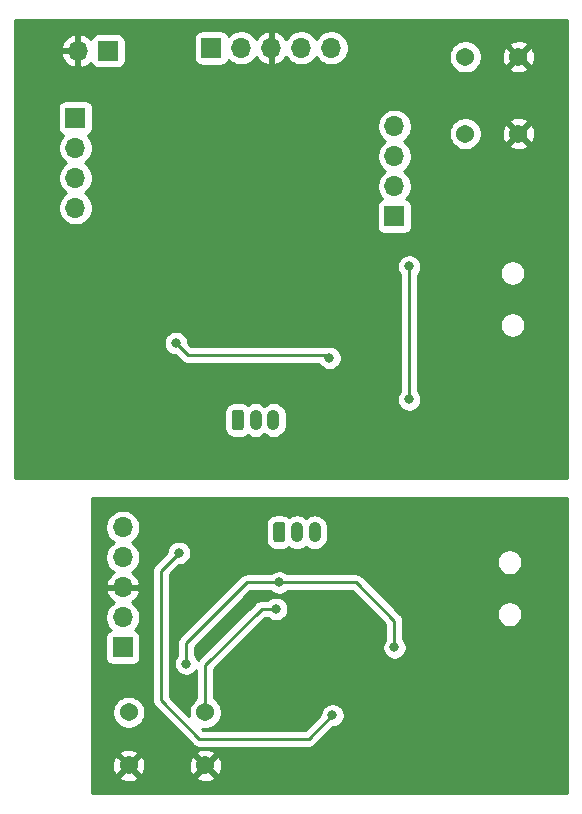
<source format=gbr>
G04 #@! TF.GenerationSoftware,KiCad,Pcbnew,(5.1.8)-1*
G04 #@! TF.CreationDate,2021-08-02T19:11:59-06:00*
G04 #@! TF.ProjectId,RCtoUSB,5243746f-5553-4422-9e6b-696361645f70,rev?*
G04 #@! TF.SameCoordinates,Original*
G04 #@! TF.FileFunction,Copper,L2,Bot*
G04 #@! TF.FilePolarity,Positive*
%FSLAX46Y46*%
G04 Gerber Fmt 4.6, Leading zero omitted, Abs format (unit mm)*
G04 Created by KiCad (PCBNEW (5.1.8)-1) date 2021-08-02 19:11:59*
%MOMM*%
%LPD*%
G01*
G04 APERTURE LIST*
G04 #@! TA.AperFunction,ComponentPad*
%ADD10C,1.540000*%
G04 #@! TD*
G04 #@! TA.AperFunction,ComponentPad*
%ADD11O,1.700000X1.700000*%
G04 #@! TD*
G04 #@! TA.AperFunction,ComponentPad*
%ADD12R,1.700000X1.700000*%
G04 #@! TD*
G04 #@! TA.AperFunction,ComponentPad*
%ADD13O,1.030000X1.730000*%
G04 #@! TD*
G04 #@! TA.AperFunction,ViaPad*
%ADD14C,0.800000*%
G04 #@! TD*
G04 #@! TA.AperFunction,Conductor*
%ADD15C,0.250000*%
G04 #@! TD*
G04 #@! TA.AperFunction,Conductor*
%ADD16C,0.254000*%
G04 #@! TD*
G04 #@! TA.AperFunction,Conductor*
%ADD17C,0.100000*%
G04 #@! TD*
G04 APERTURE END LIST*
D10*
X91250000Y-123500000D03*
X97750000Y-123500000D03*
X91250000Y-128000000D03*
X97750000Y-128000000D03*
X119750000Y-74500000D03*
X119750000Y-68000000D03*
X124250000Y-74500000D03*
X124250000Y-68000000D03*
D11*
X90750000Y-107840000D03*
X90750000Y-110380000D03*
X90750000Y-112920000D03*
X90750000Y-115460000D03*
D12*
X90750000Y-118000000D03*
D13*
X107000000Y-108250000D03*
X105500000Y-108250000D03*
G04 #@! TA.AperFunction,ComponentPad*
G36*
G01*
X103485000Y-108865003D02*
X103485000Y-107634997D01*
G75*
G02*
X103734997Y-107385000I249997J0D01*
G01*
X104265003Y-107385000D01*
G75*
G02*
X104515000Y-107634997I0J-249997D01*
G01*
X104515000Y-108865003D01*
G75*
G02*
X104265003Y-109115000I-249997J0D01*
G01*
X103734997Y-109115000D01*
G75*
G02*
X103485000Y-108865003I0J249997D01*
G01*
G37*
G04 #@! TD.AperFunction*
D11*
X113750000Y-73880000D03*
X113750000Y-76420000D03*
X113750000Y-78960000D03*
D12*
X113750000Y-81500000D03*
D11*
X108410000Y-67250000D03*
X105870000Y-67250000D03*
X103330000Y-67250000D03*
X100790000Y-67250000D03*
D12*
X98250000Y-67250000D03*
D13*
X103500000Y-98750000D03*
X102000000Y-98750000D03*
G04 #@! TA.AperFunction,ComponentPad*
G36*
G01*
X99985000Y-99365003D02*
X99985000Y-98134997D01*
G75*
G02*
X100234997Y-97885000I249997J0D01*
G01*
X100765003Y-97885000D01*
G75*
G02*
X101015000Y-98134997I0J-249997D01*
G01*
X101015000Y-99365003D01*
G75*
G02*
X100765003Y-99615000I-249997J0D01*
G01*
X100234997Y-99615000D01*
G75*
G02*
X99985000Y-99365003I0J249997D01*
G01*
G37*
G04 #@! TD.AperFunction*
D11*
X86750000Y-80790000D03*
X86750000Y-78250000D03*
X86750000Y-75710000D03*
D12*
X86750000Y-73170000D03*
D11*
X86960000Y-67500000D03*
D12*
X89500000Y-67500000D03*
D14*
X83500000Y-91500000D03*
X95500000Y-102000000D03*
X109500000Y-97750000D03*
X123850000Y-92900000D03*
X123900000Y-84100000D03*
X110250000Y-89250000D03*
X93500000Y-85750000D03*
X115000000Y-97000000D03*
X115000000Y-85750000D03*
X113750000Y-118000000D03*
X104000000Y-112500000D03*
X96125000Y-119375000D03*
X108250000Y-93500000D03*
X95250000Y-92250000D03*
X106500000Y-120250000D03*
X104000000Y-117750000D03*
X123350000Y-117400000D03*
X123400000Y-108600000D03*
X117787500Y-124212500D03*
X117000000Y-114500000D03*
X97175000Y-113325000D03*
X95250000Y-108500000D03*
X108500000Y-123750000D03*
X95500000Y-110000000D03*
X103750000Y-114750000D03*
D15*
X115000000Y-97000000D02*
X115000000Y-85750000D01*
X113750000Y-118000000D02*
X113750000Y-115750000D01*
X110500000Y-112500000D02*
X104000000Y-112500000D01*
X113750000Y-115750000D02*
X110500000Y-112500000D01*
X101250000Y-112500000D02*
X104000000Y-112500000D01*
X96125000Y-117625000D02*
X101250000Y-112500000D01*
X96125000Y-119375000D02*
X96125000Y-117625000D01*
X95250000Y-92250000D02*
X96250000Y-93250000D01*
X108000000Y-93250000D02*
X108250000Y-93500000D01*
X96250000Y-93250000D02*
X108000000Y-93250000D01*
X108500000Y-123750000D02*
X106500000Y-125750000D01*
X106500000Y-125750000D02*
X97250000Y-125750000D01*
X97250000Y-125750000D02*
X94000000Y-122500000D01*
X94000000Y-122500000D02*
X94000000Y-111500000D01*
X94000000Y-111500000D02*
X95500000Y-110000000D01*
X97750000Y-123500000D02*
X97750000Y-119500000D01*
X97750000Y-119500000D02*
X102500000Y-114750000D01*
X102500000Y-114750000D02*
X103750000Y-114750000D01*
D16*
X128340000Y-103623000D02*
X81660000Y-103623000D01*
X81660000Y-98134997D01*
X99346928Y-98134997D01*
X99346928Y-99365003D01*
X99363992Y-99538257D01*
X99414528Y-99704852D01*
X99496595Y-99858388D01*
X99607037Y-99992963D01*
X99741612Y-100103405D01*
X99895148Y-100185472D01*
X100061743Y-100236008D01*
X100234997Y-100253072D01*
X100765003Y-100253072D01*
X100938257Y-100236008D01*
X101104852Y-100185472D01*
X101258388Y-100103405D01*
X101334144Y-100041234D01*
X101358004Y-100060816D01*
X101557786Y-100167602D01*
X101774562Y-100233360D01*
X102000000Y-100255564D01*
X102225439Y-100233360D01*
X102442215Y-100167602D01*
X102641997Y-100060816D01*
X102750001Y-99972180D01*
X102858004Y-100060816D01*
X103057786Y-100167602D01*
X103274562Y-100233360D01*
X103500000Y-100255564D01*
X103725439Y-100233360D01*
X103942215Y-100167602D01*
X104141997Y-100060816D01*
X104317107Y-99917107D01*
X104460816Y-99741997D01*
X104567602Y-99542215D01*
X104633360Y-99325438D01*
X104650000Y-99156491D01*
X104650000Y-98343508D01*
X104633360Y-98174561D01*
X104567602Y-97957785D01*
X104460816Y-97758003D01*
X104317107Y-97582893D01*
X104141996Y-97439184D01*
X103942214Y-97332398D01*
X103725438Y-97266640D01*
X103500000Y-97244436D01*
X103274561Y-97266640D01*
X103057785Y-97332398D01*
X102858003Y-97439184D01*
X102750000Y-97527820D01*
X102641996Y-97439184D01*
X102442214Y-97332398D01*
X102225438Y-97266640D01*
X102000000Y-97244436D01*
X101774561Y-97266640D01*
X101557785Y-97332398D01*
X101358003Y-97439184D01*
X101334143Y-97458765D01*
X101258388Y-97396595D01*
X101104852Y-97314528D01*
X100938257Y-97263992D01*
X100765003Y-97246928D01*
X100234997Y-97246928D01*
X100061743Y-97263992D01*
X99895148Y-97314528D01*
X99741612Y-97396595D01*
X99607037Y-97507037D01*
X99496595Y-97641612D01*
X99414528Y-97795148D01*
X99363992Y-97961743D01*
X99346928Y-98134997D01*
X81660000Y-98134997D01*
X81660000Y-92148061D01*
X94215000Y-92148061D01*
X94215000Y-92351939D01*
X94254774Y-92551898D01*
X94332795Y-92740256D01*
X94446063Y-92909774D01*
X94590226Y-93053937D01*
X94759744Y-93167205D01*
X94948102Y-93245226D01*
X95148061Y-93285000D01*
X95210199Y-93285000D01*
X95686200Y-93761002D01*
X95709999Y-93790001D01*
X95738997Y-93813799D01*
X95825724Y-93884974D01*
X95957753Y-93955546D01*
X96101014Y-93999003D01*
X96250000Y-94013677D01*
X96287333Y-94010000D01*
X107345987Y-94010000D01*
X107446063Y-94159774D01*
X107590226Y-94303937D01*
X107759744Y-94417205D01*
X107948102Y-94495226D01*
X108148061Y-94535000D01*
X108351939Y-94535000D01*
X108551898Y-94495226D01*
X108740256Y-94417205D01*
X108909774Y-94303937D01*
X109053937Y-94159774D01*
X109167205Y-93990256D01*
X109245226Y-93801898D01*
X109285000Y-93601939D01*
X109285000Y-93398061D01*
X109245226Y-93198102D01*
X109167205Y-93009744D01*
X109053937Y-92840226D01*
X108909774Y-92696063D01*
X108740256Y-92582795D01*
X108551898Y-92504774D01*
X108351939Y-92465000D01*
X108148061Y-92465000D01*
X108027326Y-92489015D01*
X108000000Y-92486324D01*
X107962678Y-92490000D01*
X96564802Y-92490000D01*
X96285000Y-92210199D01*
X96285000Y-92148061D01*
X96245226Y-91948102D01*
X96167205Y-91759744D01*
X96053937Y-91590226D01*
X95909774Y-91446063D01*
X95740256Y-91332795D01*
X95551898Y-91254774D01*
X95351939Y-91215000D01*
X95148061Y-91215000D01*
X94948102Y-91254774D01*
X94759744Y-91332795D01*
X94590226Y-91446063D01*
X94446063Y-91590226D01*
X94332795Y-91759744D01*
X94254774Y-91948102D01*
X94215000Y-92148061D01*
X81660000Y-92148061D01*
X81660000Y-85648061D01*
X113965000Y-85648061D01*
X113965000Y-85851939D01*
X114004774Y-86051898D01*
X114082795Y-86240256D01*
X114196063Y-86409774D01*
X114240001Y-86453712D01*
X114240000Y-96296289D01*
X114196063Y-96340226D01*
X114082795Y-96509744D01*
X114004774Y-96698102D01*
X113965000Y-96898061D01*
X113965000Y-97101939D01*
X114004774Y-97301898D01*
X114082795Y-97490256D01*
X114196063Y-97659774D01*
X114340226Y-97803937D01*
X114509744Y-97917205D01*
X114698102Y-97995226D01*
X114898061Y-98035000D01*
X115101939Y-98035000D01*
X115301898Y-97995226D01*
X115490256Y-97917205D01*
X115659774Y-97803937D01*
X115803937Y-97659774D01*
X115917205Y-97490256D01*
X115995226Y-97301898D01*
X116035000Y-97101939D01*
X116035000Y-96898061D01*
X115995226Y-96698102D01*
X115917205Y-96509744D01*
X115803937Y-96340226D01*
X115760000Y-96296289D01*
X115760000Y-90593137D01*
X122665000Y-90593137D01*
X122665000Y-90806863D01*
X122706696Y-91016483D01*
X122788485Y-91213940D01*
X122907225Y-91391647D01*
X123058353Y-91542775D01*
X123236060Y-91661515D01*
X123433517Y-91743304D01*
X123643137Y-91785000D01*
X123856863Y-91785000D01*
X124066483Y-91743304D01*
X124263940Y-91661515D01*
X124441647Y-91542775D01*
X124592775Y-91391647D01*
X124711515Y-91213940D01*
X124793304Y-91016483D01*
X124835000Y-90806863D01*
X124835000Y-90593137D01*
X124793304Y-90383517D01*
X124711515Y-90186060D01*
X124592775Y-90008353D01*
X124441647Y-89857225D01*
X124263940Y-89738485D01*
X124066483Y-89656696D01*
X123856863Y-89615000D01*
X123643137Y-89615000D01*
X123433517Y-89656696D01*
X123236060Y-89738485D01*
X123058353Y-89857225D01*
X122907225Y-90008353D01*
X122788485Y-90186060D01*
X122706696Y-90383517D01*
X122665000Y-90593137D01*
X115760000Y-90593137D01*
X115760000Y-86453711D01*
X115803937Y-86409774D01*
X115917205Y-86240256D01*
X115936722Y-86193137D01*
X122665000Y-86193137D01*
X122665000Y-86406863D01*
X122706696Y-86616483D01*
X122788485Y-86813940D01*
X122907225Y-86991647D01*
X123058353Y-87142775D01*
X123236060Y-87261515D01*
X123433517Y-87343304D01*
X123643137Y-87385000D01*
X123856863Y-87385000D01*
X124066483Y-87343304D01*
X124263940Y-87261515D01*
X124441647Y-87142775D01*
X124592775Y-86991647D01*
X124711515Y-86813940D01*
X124793304Y-86616483D01*
X124835000Y-86406863D01*
X124835000Y-86193137D01*
X124793304Y-85983517D01*
X124711515Y-85786060D01*
X124592775Y-85608353D01*
X124441647Y-85457225D01*
X124263940Y-85338485D01*
X124066483Y-85256696D01*
X123856863Y-85215000D01*
X123643137Y-85215000D01*
X123433517Y-85256696D01*
X123236060Y-85338485D01*
X123058353Y-85457225D01*
X122907225Y-85608353D01*
X122788485Y-85786060D01*
X122706696Y-85983517D01*
X122665000Y-86193137D01*
X115936722Y-86193137D01*
X115995226Y-86051898D01*
X116035000Y-85851939D01*
X116035000Y-85648061D01*
X115995226Y-85448102D01*
X115917205Y-85259744D01*
X115803937Y-85090226D01*
X115659774Y-84946063D01*
X115490256Y-84832795D01*
X115301898Y-84754774D01*
X115101939Y-84715000D01*
X114898061Y-84715000D01*
X114698102Y-84754774D01*
X114509744Y-84832795D01*
X114340226Y-84946063D01*
X114196063Y-85090226D01*
X114082795Y-85259744D01*
X114004774Y-85448102D01*
X113965000Y-85648061D01*
X81660000Y-85648061D01*
X81660000Y-72320000D01*
X85261928Y-72320000D01*
X85261928Y-74020000D01*
X85274188Y-74144482D01*
X85310498Y-74264180D01*
X85369463Y-74374494D01*
X85448815Y-74471185D01*
X85545506Y-74550537D01*
X85655820Y-74609502D01*
X85728380Y-74631513D01*
X85596525Y-74763368D01*
X85434010Y-75006589D01*
X85322068Y-75276842D01*
X85265000Y-75563740D01*
X85265000Y-75856260D01*
X85322068Y-76143158D01*
X85434010Y-76413411D01*
X85596525Y-76656632D01*
X85803368Y-76863475D01*
X85977760Y-76980000D01*
X85803368Y-77096525D01*
X85596525Y-77303368D01*
X85434010Y-77546589D01*
X85322068Y-77816842D01*
X85265000Y-78103740D01*
X85265000Y-78396260D01*
X85322068Y-78683158D01*
X85434010Y-78953411D01*
X85596525Y-79196632D01*
X85803368Y-79403475D01*
X85977760Y-79520000D01*
X85803368Y-79636525D01*
X85596525Y-79843368D01*
X85434010Y-80086589D01*
X85322068Y-80356842D01*
X85265000Y-80643740D01*
X85265000Y-80936260D01*
X85322068Y-81223158D01*
X85434010Y-81493411D01*
X85596525Y-81736632D01*
X85803368Y-81943475D01*
X86046589Y-82105990D01*
X86316842Y-82217932D01*
X86603740Y-82275000D01*
X86896260Y-82275000D01*
X87183158Y-82217932D01*
X87453411Y-82105990D01*
X87696632Y-81943475D01*
X87903475Y-81736632D01*
X88065990Y-81493411D01*
X88177932Y-81223158D01*
X88235000Y-80936260D01*
X88235000Y-80650000D01*
X112261928Y-80650000D01*
X112261928Y-82350000D01*
X112274188Y-82474482D01*
X112310498Y-82594180D01*
X112369463Y-82704494D01*
X112448815Y-82801185D01*
X112545506Y-82880537D01*
X112655820Y-82939502D01*
X112775518Y-82975812D01*
X112900000Y-82988072D01*
X114600000Y-82988072D01*
X114724482Y-82975812D01*
X114844180Y-82939502D01*
X114954494Y-82880537D01*
X115051185Y-82801185D01*
X115130537Y-82704494D01*
X115189502Y-82594180D01*
X115225812Y-82474482D01*
X115238072Y-82350000D01*
X115238072Y-80650000D01*
X115225812Y-80525518D01*
X115189502Y-80405820D01*
X115130537Y-80295506D01*
X115051185Y-80198815D01*
X114954494Y-80119463D01*
X114844180Y-80060498D01*
X114771620Y-80038487D01*
X114903475Y-79906632D01*
X115065990Y-79663411D01*
X115177932Y-79393158D01*
X115235000Y-79106260D01*
X115235000Y-78813740D01*
X115177932Y-78526842D01*
X115065990Y-78256589D01*
X114903475Y-78013368D01*
X114696632Y-77806525D01*
X114522240Y-77690000D01*
X114696632Y-77573475D01*
X114903475Y-77366632D01*
X115065990Y-77123411D01*
X115177932Y-76853158D01*
X115235000Y-76566260D01*
X115235000Y-76273740D01*
X115177932Y-75986842D01*
X115065990Y-75716589D01*
X114903475Y-75473368D01*
X114696632Y-75266525D01*
X114522240Y-75150000D01*
X114696632Y-75033475D01*
X114903475Y-74826632D01*
X115065990Y-74583411D01*
X115157858Y-74361620D01*
X118345000Y-74361620D01*
X118345000Y-74638380D01*
X118398994Y-74909823D01*
X118504905Y-75165517D01*
X118658665Y-75395635D01*
X118854365Y-75591335D01*
X119084483Y-75745095D01*
X119340177Y-75851006D01*
X119611620Y-75905000D01*
X119888380Y-75905000D01*
X120159823Y-75851006D01*
X120415517Y-75745095D01*
X120645635Y-75591335D01*
X120765692Y-75471278D01*
X123458327Y-75471278D01*
X123526276Y-75712187D01*
X123776668Y-75830087D01*
X124045250Y-75896872D01*
X124321701Y-75909977D01*
X124595395Y-75868896D01*
X124855817Y-75775210D01*
X124973724Y-75712187D01*
X125041673Y-75471278D01*
X124250000Y-74679605D01*
X123458327Y-75471278D01*
X120765692Y-75471278D01*
X120841335Y-75395635D01*
X120995095Y-75165517D01*
X121101006Y-74909823D01*
X121155000Y-74638380D01*
X121155000Y-74571701D01*
X122840023Y-74571701D01*
X122881104Y-74845395D01*
X122974790Y-75105817D01*
X123037813Y-75223724D01*
X123278722Y-75291673D01*
X124070395Y-74500000D01*
X124429605Y-74500000D01*
X125221278Y-75291673D01*
X125462187Y-75223724D01*
X125580087Y-74973332D01*
X125646872Y-74704750D01*
X125659977Y-74428299D01*
X125618896Y-74154605D01*
X125525210Y-73894183D01*
X125462187Y-73776276D01*
X125221278Y-73708327D01*
X124429605Y-74500000D01*
X124070395Y-74500000D01*
X123278722Y-73708327D01*
X123037813Y-73776276D01*
X122919913Y-74026668D01*
X122853128Y-74295250D01*
X122840023Y-74571701D01*
X121155000Y-74571701D01*
X121155000Y-74361620D01*
X121101006Y-74090177D01*
X120995095Y-73834483D01*
X120841335Y-73604365D01*
X120765692Y-73528722D01*
X123458327Y-73528722D01*
X124250000Y-74320395D01*
X125041673Y-73528722D01*
X124973724Y-73287813D01*
X124723332Y-73169913D01*
X124454750Y-73103128D01*
X124178299Y-73090023D01*
X123904605Y-73131104D01*
X123644183Y-73224790D01*
X123526276Y-73287813D01*
X123458327Y-73528722D01*
X120765692Y-73528722D01*
X120645635Y-73408665D01*
X120415517Y-73254905D01*
X120159823Y-73148994D01*
X119888380Y-73095000D01*
X119611620Y-73095000D01*
X119340177Y-73148994D01*
X119084483Y-73254905D01*
X118854365Y-73408665D01*
X118658665Y-73604365D01*
X118504905Y-73834483D01*
X118398994Y-74090177D01*
X118345000Y-74361620D01*
X115157858Y-74361620D01*
X115177932Y-74313158D01*
X115235000Y-74026260D01*
X115235000Y-73733740D01*
X115177932Y-73446842D01*
X115065990Y-73176589D01*
X114903475Y-72933368D01*
X114696632Y-72726525D01*
X114453411Y-72564010D01*
X114183158Y-72452068D01*
X113896260Y-72395000D01*
X113603740Y-72395000D01*
X113316842Y-72452068D01*
X113046589Y-72564010D01*
X112803368Y-72726525D01*
X112596525Y-72933368D01*
X112434010Y-73176589D01*
X112322068Y-73446842D01*
X112265000Y-73733740D01*
X112265000Y-74026260D01*
X112322068Y-74313158D01*
X112434010Y-74583411D01*
X112596525Y-74826632D01*
X112803368Y-75033475D01*
X112977760Y-75150000D01*
X112803368Y-75266525D01*
X112596525Y-75473368D01*
X112434010Y-75716589D01*
X112322068Y-75986842D01*
X112265000Y-76273740D01*
X112265000Y-76566260D01*
X112322068Y-76853158D01*
X112434010Y-77123411D01*
X112596525Y-77366632D01*
X112803368Y-77573475D01*
X112977760Y-77690000D01*
X112803368Y-77806525D01*
X112596525Y-78013368D01*
X112434010Y-78256589D01*
X112322068Y-78526842D01*
X112265000Y-78813740D01*
X112265000Y-79106260D01*
X112322068Y-79393158D01*
X112434010Y-79663411D01*
X112596525Y-79906632D01*
X112728380Y-80038487D01*
X112655820Y-80060498D01*
X112545506Y-80119463D01*
X112448815Y-80198815D01*
X112369463Y-80295506D01*
X112310498Y-80405820D01*
X112274188Y-80525518D01*
X112261928Y-80650000D01*
X88235000Y-80650000D01*
X88235000Y-80643740D01*
X88177932Y-80356842D01*
X88065990Y-80086589D01*
X87903475Y-79843368D01*
X87696632Y-79636525D01*
X87522240Y-79520000D01*
X87696632Y-79403475D01*
X87903475Y-79196632D01*
X88065990Y-78953411D01*
X88177932Y-78683158D01*
X88235000Y-78396260D01*
X88235000Y-78103740D01*
X88177932Y-77816842D01*
X88065990Y-77546589D01*
X87903475Y-77303368D01*
X87696632Y-77096525D01*
X87522240Y-76980000D01*
X87696632Y-76863475D01*
X87903475Y-76656632D01*
X88065990Y-76413411D01*
X88177932Y-76143158D01*
X88235000Y-75856260D01*
X88235000Y-75563740D01*
X88177932Y-75276842D01*
X88065990Y-75006589D01*
X87903475Y-74763368D01*
X87771620Y-74631513D01*
X87844180Y-74609502D01*
X87954494Y-74550537D01*
X88051185Y-74471185D01*
X88130537Y-74374494D01*
X88189502Y-74264180D01*
X88225812Y-74144482D01*
X88238072Y-74020000D01*
X88238072Y-72320000D01*
X88225812Y-72195518D01*
X88189502Y-72075820D01*
X88130537Y-71965506D01*
X88051185Y-71868815D01*
X87954494Y-71789463D01*
X87844180Y-71730498D01*
X87724482Y-71694188D01*
X87600000Y-71681928D01*
X85900000Y-71681928D01*
X85775518Y-71694188D01*
X85655820Y-71730498D01*
X85545506Y-71789463D01*
X85448815Y-71868815D01*
X85369463Y-71965506D01*
X85310498Y-72075820D01*
X85274188Y-72195518D01*
X85261928Y-72320000D01*
X81660000Y-72320000D01*
X81660000Y-67856891D01*
X85518519Y-67856891D01*
X85615843Y-68131252D01*
X85764822Y-68381355D01*
X85959731Y-68597588D01*
X86193080Y-68771641D01*
X86455901Y-68896825D01*
X86603110Y-68941476D01*
X86833000Y-68820155D01*
X86833000Y-67627000D01*
X85639186Y-67627000D01*
X85518519Y-67856891D01*
X81660000Y-67856891D01*
X81660000Y-67143109D01*
X85518519Y-67143109D01*
X85639186Y-67373000D01*
X86833000Y-67373000D01*
X86833000Y-66179845D01*
X87087000Y-66179845D01*
X87087000Y-67373000D01*
X87107000Y-67373000D01*
X87107000Y-67627000D01*
X87087000Y-67627000D01*
X87087000Y-68820155D01*
X87316890Y-68941476D01*
X87464099Y-68896825D01*
X87726920Y-68771641D01*
X87960269Y-68597588D01*
X88036034Y-68513534D01*
X88060498Y-68594180D01*
X88119463Y-68704494D01*
X88198815Y-68801185D01*
X88295506Y-68880537D01*
X88405820Y-68939502D01*
X88525518Y-68975812D01*
X88650000Y-68988072D01*
X90350000Y-68988072D01*
X90474482Y-68975812D01*
X90594180Y-68939502D01*
X90704494Y-68880537D01*
X90801185Y-68801185D01*
X90880537Y-68704494D01*
X90939502Y-68594180D01*
X90975812Y-68474482D01*
X90988072Y-68350000D01*
X90988072Y-66650000D01*
X90975812Y-66525518D01*
X90939502Y-66405820D01*
X90936392Y-66400000D01*
X96761928Y-66400000D01*
X96761928Y-68100000D01*
X96774188Y-68224482D01*
X96810498Y-68344180D01*
X96869463Y-68454494D01*
X96948815Y-68551185D01*
X97045506Y-68630537D01*
X97155820Y-68689502D01*
X97275518Y-68725812D01*
X97400000Y-68738072D01*
X99100000Y-68738072D01*
X99224482Y-68725812D01*
X99344180Y-68689502D01*
X99454494Y-68630537D01*
X99551185Y-68551185D01*
X99630537Y-68454494D01*
X99689502Y-68344180D01*
X99711513Y-68271620D01*
X99843368Y-68403475D01*
X100086589Y-68565990D01*
X100356842Y-68677932D01*
X100643740Y-68735000D01*
X100936260Y-68735000D01*
X101223158Y-68677932D01*
X101493411Y-68565990D01*
X101736632Y-68403475D01*
X101943475Y-68196632D01*
X102065195Y-68014466D01*
X102134822Y-68131355D01*
X102329731Y-68347588D01*
X102563080Y-68521641D01*
X102825901Y-68646825D01*
X102973110Y-68691476D01*
X103203000Y-68570155D01*
X103203000Y-67377000D01*
X103183000Y-67377000D01*
X103183000Y-67123000D01*
X103203000Y-67123000D01*
X103203000Y-65929845D01*
X103457000Y-65929845D01*
X103457000Y-67123000D01*
X103477000Y-67123000D01*
X103477000Y-67377000D01*
X103457000Y-67377000D01*
X103457000Y-68570155D01*
X103686890Y-68691476D01*
X103834099Y-68646825D01*
X104096920Y-68521641D01*
X104330269Y-68347588D01*
X104525178Y-68131355D01*
X104594805Y-68014466D01*
X104716525Y-68196632D01*
X104923368Y-68403475D01*
X105166589Y-68565990D01*
X105436842Y-68677932D01*
X105723740Y-68735000D01*
X106016260Y-68735000D01*
X106303158Y-68677932D01*
X106573411Y-68565990D01*
X106816632Y-68403475D01*
X107023475Y-68196632D01*
X107140000Y-68022240D01*
X107256525Y-68196632D01*
X107463368Y-68403475D01*
X107706589Y-68565990D01*
X107976842Y-68677932D01*
X108263740Y-68735000D01*
X108556260Y-68735000D01*
X108843158Y-68677932D01*
X109113411Y-68565990D01*
X109356632Y-68403475D01*
X109563475Y-68196632D01*
X109725990Y-67953411D01*
X109764010Y-67861620D01*
X118345000Y-67861620D01*
X118345000Y-68138380D01*
X118398994Y-68409823D01*
X118504905Y-68665517D01*
X118658665Y-68895635D01*
X118854365Y-69091335D01*
X119084483Y-69245095D01*
X119340177Y-69351006D01*
X119611620Y-69405000D01*
X119888380Y-69405000D01*
X120159823Y-69351006D01*
X120415517Y-69245095D01*
X120645635Y-69091335D01*
X120765692Y-68971278D01*
X123458327Y-68971278D01*
X123526276Y-69212187D01*
X123776668Y-69330087D01*
X124045250Y-69396872D01*
X124321701Y-69409977D01*
X124595395Y-69368896D01*
X124855817Y-69275210D01*
X124973724Y-69212187D01*
X125041673Y-68971278D01*
X124250000Y-68179605D01*
X123458327Y-68971278D01*
X120765692Y-68971278D01*
X120841335Y-68895635D01*
X120995095Y-68665517D01*
X121101006Y-68409823D01*
X121155000Y-68138380D01*
X121155000Y-68071701D01*
X122840023Y-68071701D01*
X122881104Y-68345395D01*
X122974790Y-68605817D01*
X123037813Y-68723724D01*
X123278722Y-68791673D01*
X124070395Y-68000000D01*
X124429605Y-68000000D01*
X125221278Y-68791673D01*
X125462187Y-68723724D01*
X125580087Y-68473332D01*
X125646872Y-68204750D01*
X125659977Y-67928299D01*
X125618896Y-67654605D01*
X125525210Y-67394183D01*
X125462187Y-67276276D01*
X125221278Y-67208327D01*
X124429605Y-68000000D01*
X124070395Y-68000000D01*
X123278722Y-67208327D01*
X123037813Y-67276276D01*
X122919913Y-67526668D01*
X122853128Y-67795250D01*
X122840023Y-68071701D01*
X121155000Y-68071701D01*
X121155000Y-67861620D01*
X121101006Y-67590177D01*
X120995095Y-67334483D01*
X120841335Y-67104365D01*
X120765692Y-67028722D01*
X123458327Y-67028722D01*
X124250000Y-67820395D01*
X125041673Y-67028722D01*
X124973724Y-66787813D01*
X124723332Y-66669913D01*
X124454750Y-66603128D01*
X124178299Y-66590023D01*
X123904605Y-66631104D01*
X123644183Y-66724790D01*
X123526276Y-66787813D01*
X123458327Y-67028722D01*
X120765692Y-67028722D01*
X120645635Y-66908665D01*
X120415517Y-66754905D01*
X120159823Y-66648994D01*
X119888380Y-66595000D01*
X119611620Y-66595000D01*
X119340177Y-66648994D01*
X119084483Y-66754905D01*
X118854365Y-66908665D01*
X118658665Y-67104365D01*
X118504905Y-67334483D01*
X118398994Y-67590177D01*
X118345000Y-67861620D01*
X109764010Y-67861620D01*
X109837932Y-67683158D01*
X109895000Y-67396260D01*
X109895000Y-67103740D01*
X109837932Y-66816842D01*
X109725990Y-66546589D01*
X109563475Y-66303368D01*
X109356632Y-66096525D01*
X109113411Y-65934010D01*
X108843158Y-65822068D01*
X108556260Y-65765000D01*
X108263740Y-65765000D01*
X107976842Y-65822068D01*
X107706589Y-65934010D01*
X107463368Y-66096525D01*
X107256525Y-66303368D01*
X107140000Y-66477760D01*
X107023475Y-66303368D01*
X106816632Y-66096525D01*
X106573411Y-65934010D01*
X106303158Y-65822068D01*
X106016260Y-65765000D01*
X105723740Y-65765000D01*
X105436842Y-65822068D01*
X105166589Y-65934010D01*
X104923368Y-66096525D01*
X104716525Y-66303368D01*
X104594805Y-66485534D01*
X104525178Y-66368645D01*
X104330269Y-66152412D01*
X104096920Y-65978359D01*
X103834099Y-65853175D01*
X103686890Y-65808524D01*
X103457000Y-65929845D01*
X103203000Y-65929845D01*
X102973110Y-65808524D01*
X102825901Y-65853175D01*
X102563080Y-65978359D01*
X102329731Y-66152412D01*
X102134822Y-66368645D01*
X102065195Y-66485534D01*
X101943475Y-66303368D01*
X101736632Y-66096525D01*
X101493411Y-65934010D01*
X101223158Y-65822068D01*
X100936260Y-65765000D01*
X100643740Y-65765000D01*
X100356842Y-65822068D01*
X100086589Y-65934010D01*
X99843368Y-66096525D01*
X99711513Y-66228380D01*
X99689502Y-66155820D01*
X99630537Y-66045506D01*
X99551185Y-65948815D01*
X99454494Y-65869463D01*
X99344180Y-65810498D01*
X99224482Y-65774188D01*
X99100000Y-65761928D01*
X97400000Y-65761928D01*
X97275518Y-65774188D01*
X97155820Y-65810498D01*
X97045506Y-65869463D01*
X96948815Y-65948815D01*
X96869463Y-66045506D01*
X96810498Y-66155820D01*
X96774188Y-66275518D01*
X96761928Y-66400000D01*
X90936392Y-66400000D01*
X90880537Y-66295506D01*
X90801185Y-66198815D01*
X90704494Y-66119463D01*
X90594180Y-66060498D01*
X90474482Y-66024188D01*
X90350000Y-66011928D01*
X88650000Y-66011928D01*
X88525518Y-66024188D01*
X88405820Y-66060498D01*
X88295506Y-66119463D01*
X88198815Y-66198815D01*
X88119463Y-66295506D01*
X88060498Y-66405820D01*
X88036034Y-66486466D01*
X87960269Y-66402412D01*
X87726920Y-66228359D01*
X87464099Y-66103175D01*
X87316890Y-66058524D01*
X87087000Y-66179845D01*
X86833000Y-66179845D01*
X86603110Y-66058524D01*
X86455901Y-66103175D01*
X86193080Y-66228359D01*
X85959731Y-66402412D01*
X85764822Y-66618645D01*
X85615843Y-66868748D01*
X85518519Y-67143109D01*
X81660000Y-67143109D01*
X81660000Y-64910000D01*
X128340001Y-64910000D01*
X128340000Y-103623000D01*
G04 #@! TA.AperFunction,Conductor*
D17*
G36*
X128340000Y-103623000D02*
G01*
X81660000Y-103623000D01*
X81660000Y-98134997D01*
X99346928Y-98134997D01*
X99346928Y-99365003D01*
X99363992Y-99538257D01*
X99414528Y-99704852D01*
X99496595Y-99858388D01*
X99607037Y-99992963D01*
X99741612Y-100103405D01*
X99895148Y-100185472D01*
X100061743Y-100236008D01*
X100234997Y-100253072D01*
X100765003Y-100253072D01*
X100938257Y-100236008D01*
X101104852Y-100185472D01*
X101258388Y-100103405D01*
X101334144Y-100041234D01*
X101358004Y-100060816D01*
X101557786Y-100167602D01*
X101774562Y-100233360D01*
X102000000Y-100255564D01*
X102225439Y-100233360D01*
X102442215Y-100167602D01*
X102641997Y-100060816D01*
X102750001Y-99972180D01*
X102858004Y-100060816D01*
X103057786Y-100167602D01*
X103274562Y-100233360D01*
X103500000Y-100255564D01*
X103725439Y-100233360D01*
X103942215Y-100167602D01*
X104141997Y-100060816D01*
X104317107Y-99917107D01*
X104460816Y-99741997D01*
X104567602Y-99542215D01*
X104633360Y-99325438D01*
X104650000Y-99156491D01*
X104650000Y-98343508D01*
X104633360Y-98174561D01*
X104567602Y-97957785D01*
X104460816Y-97758003D01*
X104317107Y-97582893D01*
X104141996Y-97439184D01*
X103942214Y-97332398D01*
X103725438Y-97266640D01*
X103500000Y-97244436D01*
X103274561Y-97266640D01*
X103057785Y-97332398D01*
X102858003Y-97439184D01*
X102750000Y-97527820D01*
X102641996Y-97439184D01*
X102442214Y-97332398D01*
X102225438Y-97266640D01*
X102000000Y-97244436D01*
X101774561Y-97266640D01*
X101557785Y-97332398D01*
X101358003Y-97439184D01*
X101334143Y-97458765D01*
X101258388Y-97396595D01*
X101104852Y-97314528D01*
X100938257Y-97263992D01*
X100765003Y-97246928D01*
X100234997Y-97246928D01*
X100061743Y-97263992D01*
X99895148Y-97314528D01*
X99741612Y-97396595D01*
X99607037Y-97507037D01*
X99496595Y-97641612D01*
X99414528Y-97795148D01*
X99363992Y-97961743D01*
X99346928Y-98134997D01*
X81660000Y-98134997D01*
X81660000Y-92148061D01*
X94215000Y-92148061D01*
X94215000Y-92351939D01*
X94254774Y-92551898D01*
X94332795Y-92740256D01*
X94446063Y-92909774D01*
X94590226Y-93053937D01*
X94759744Y-93167205D01*
X94948102Y-93245226D01*
X95148061Y-93285000D01*
X95210199Y-93285000D01*
X95686200Y-93761002D01*
X95709999Y-93790001D01*
X95738997Y-93813799D01*
X95825724Y-93884974D01*
X95957753Y-93955546D01*
X96101014Y-93999003D01*
X96250000Y-94013677D01*
X96287333Y-94010000D01*
X107345987Y-94010000D01*
X107446063Y-94159774D01*
X107590226Y-94303937D01*
X107759744Y-94417205D01*
X107948102Y-94495226D01*
X108148061Y-94535000D01*
X108351939Y-94535000D01*
X108551898Y-94495226D01*
X108740256Y-94417205D01*
X108909774Y-94303937D01*
X109053937Y-94159774D01*
X109167205Y-93990256D01*
X109245226Y-93801898D01*
X109285000Y-93601939D01*
X109285000Y-93398061D01*
X109245226Y-93198102D01*
X109167205Y-93009744D01*
X109053937Y-92840226D01*
X108909774Y-92696063D01*
X108740256Y-92582795D01*
X108551898Y-92504774D01*
X108351939Y-92465000D01*
X108148061Y-92465000D01*
X108027326Y-92489015D01*
X108000000Y-92486324D01*
X107962678Y-92490000D01*
X96564802Y-92490000D01*
X96285000Y-92210199D01*
X96285000Y-92148061D01*
X96245226Y-91948102D01*
X96167205Y-91759744D01*
X96053937Y-91590226D01*
X95909774Y-91446063D01*
X95740256Y-91332795D01*
X95551898Y-91254774D01*
X95351939Y-91215000D01*
X95148061Y-91215000D01*
X94948102Y-91254774D01*
X94759744Y-91332795D01*
X94590226Y-91446063D01*
X94446063Y-91590226D01*
X94332795Y-91759744D01*
X94254774Y-91948102D01*
X94215000Y-92148061D01*
X81660000Y-92148061D01*
X81660000Y-85648061D01*
X113965000Y-85648061D01*
X113965000Y-85851939D01*
X114004774Y-86051898D01*
X114082795Y-86240256D01*
X114196063Y-86409774D01*
X114240001Y-86453712D01*
X114240000Y-96296289D01*
X114196063Y-96340226D01*
X114082795Y-96509744D01*
X114004774Y-96698102D01*
X113965000Y-96898061D01*
X113965000Y-97101939D01*
X114004774Y-97301898D01*
X114082795Y-97490256D01*
X114196063Y-97659774D01*
X114340226Y-97803937D01*
X114509744Y-97917205D01*
X114698102Y-97995226D01*
X114898061Y-98035000D01*
X115101939Y-98035000D01*
X115301898Y-97995226D01*
X115490256Y-97917205D01*
X115659774Y-97803937D01*
X115803937Y-97659774D01*
X115917205Y-97490256D01*
X115995226Y-97301898D01*
X116035000Y-97101939D01*
X116035000Y-96898061D01*
X115995226Y-96698102D01*
X115917205Y-96509744D01*
X115803937Y-96340226D01*
X115760000Y-96296289D01*
X115760000Y-90593137D01*
X122665000Y-90593137D01*
X122665000Y-90806863D01*
X122706696Y-91016483D01*
X122788485Y-91213940D01*
X122907225Y-91391647D01*
X123058353Y-91542775D01*
X123236060Y-91661515D01*
X123433517Y-91743304D01*
X123643137Y-91785000D01*
X123856863Y-91785000D01*
X124066483Y-91743304D01*
X124263940Y-91661515D01*
X124441647Y-91542775D01*
X124592775Y-91391647D01*
X124711515Y-91213940D01*
X124793304Y-91016483D01*
X124835000Y-90806863D01*
X124835000Y-90593137D01*
X124793304Y-90383517D01*
X124711515Y-90186060D01*
X124592775Y-90008353D01*
X124441647Y-89857225D01*
X124263940Y-89738485D01*
X124066483Y-89656696D01*
X123856863Y-89615000D01*
X123643137Y-89615000D01*
X123433517Y-89656696D01*
X123236060Y-89738485D01*
X123058353Y-89857225D01*
X122907225Y-90008353D01*
X122788485Y-90186060D01*
X122706696Y-90383517D01*
X122665000Y-90593137D01*
X115760000Y-90593137D01*
X115760000Y-86453711D01*
X115803937Y-86409774D01*
X115917205Y-86240256D01*
X115936722Y-86193137D01*
X122665000Y-86193137D01*
X122665000Y-86406863D01*
X122706696Y-86616483D01*
X122788485Y-86813940D01*
X122907225Y-86991647D01*
X123058353Y-87142775D01*
X123236060Y-87261515D01*
X123433517Y-87343304D01*
X123643137Y-87385000D01*
X123856863Y-87385000D01*
X124066483Y-87343304D01*
X124263940Y-87261515D01*
X124441647Y-87142775D01*
X124592775Y-86991647D01*
X124711515Y-86813940D01*
X124793304Y-86616483D01*
X124835000Y-86406863D01*
X124835000Y-86193137D01*
X124793304Y-85983517D01*
X124711515Y-85786060D01*
X124592775Y-85608353D01*
X124441647Y-85457225D01*
X124263940Y-85338485D01*
X124066483Y-85256696D01*
X123856863Y-85215000D01*
X123643137Y-85215000D01*
X123433517Y-85256696D01*
X123236060Y-85338485D01*
X123058353Y-85457225D01*
X122907225Y-85608353D01*
X122788485Y-85786060D01*
X122706696Y-85983517D01*
X122665000Y-86193137D01*
X115936722Y-86193137D01*
X115995226Y-86051898D01*
X116035000Y-85851939D01*
X116035000Y-85648061D01*
X115995226Y-85448102D01*
X115917205Y-85259744D01*
X115803937Y-85090226D01*
X115659774Y-84946063D01*
X115490256Y-84832795D01*
X115301898Y-84754774D01*
X115101939Y-84715000D01*
X114898061Y-84715000D01*
X114698102Y-84754774D01*
X114509744Y-84832795D01*
X114340226Y-84946063D01*
X114196063Y-85090226D01*
X114082795Y-85259744D01*
X114004774Y-85448102D01*
X113965000Y-85648061D01*
X81660000Y-85648061D01*
X81660000Y-72320000D01*
X85261928Y-72320000D01*
X85261928Y-74020000D01*
X85274188Y-74144482D01*
X85310498Y-74264180D01*
X85369463Y-74374494D01*
X85448815Y-74471185D01*
X85545506Y-74550537D01*
X85655820Y-74609502D01*
X85728380Y-74631513D01*
X85596525Y-74763368D01*
X85434010Y-75006589D01*
X85322068Y-75276842D01*
X85265000Y-75563740D01*
X85265000Y-75856260D01*
X85322068Y-76143158D01*
X85434010Y-76413411D01*
X85596525Y-76656632D01*
X85803368Y-76863475D01*
X85977760Y-76980000D01*
X85803368Y-77096525D01*
X85596525Y-77303368D01*
X85434010Y-77546589D01*
X85322068Y-77816842D01*
X85265000Y-78103740D01*
X85265000Y-78396260D01*
X85322068Y-78683158D01*
X85434010Y-78953411D01*
X85596525Y-79196632D01*
X85803368Y-79403475D01*
X85977760Y-79520000D01*
X85803368Y-79636525D01*
X85596525Y-79843368D01*
X85434010Y-80086589D01*
X85322068Y-80356842D01*
X85265000Y-80643740D01*
X85265000Y-80936260D01*
X85322068Y-81223158D01*
X85434010Y-81493411D01*
X85596525Y-81736632D01*
X85803368Y-81943475D01*
X86046589Y-82105990D01*
X86316842Y-82217932D01*
X86603740Y-82275000D01*
X86896260Y-82275000D01*
X87183158Y-82217932D01*
X87453411Y-82105990D01*
X87696632Y-81943475D01*
X87903475Y-81736632D01*
X88065990Y-81493411D01*
X88177932Y-81223158D01*
X88235000Y-80936260D01*
X88235000Y-80650000D01*
X112261928Y-80650000D01*
X112261928Y-82350000D01*
X112274188Y-82474482D01*
X112310498Y-82594180D01*
X112369463Y-82704494D01*
X112448815Y-82801185D01*
X112545506Y-82880537D01*
X112655820Y-82939502D01*
X112775518Y-82975812D01*
X112900000Y-82988072D01*
X114600000Y-82988072D01*
X114724482Y-82975812D01*
X114844180Y-82939502D01*
X114954494Y-82880537D01*
X115051185Y-82801185D01*
X115130537Y-82704494D01*
X115189502Y-82594180D01*
X115225812Y-82474482D01*
X115238072Y-82350000D01*
X115238072Y-80650000D01*
X115225812Y-80525518D01*
X115189502Y-80405820D01*
X115130537Y-80295506D01*
X115051185Y-80198815D01*
X114954494Y-80119463D01*
X114844180Y-80060498D01*
X114771620Y-80038487D01*
X114903475Y-79906632D01*
X115065990Y-79663411D01*
X115177932Y-79393158D01*
X115235000Y-79106260D01*
X115235000Y-78813740D01*
X115177932Y-78526842D01*
X115065990Y-78256589D01*
X114903475Y-78013368D01*
X114696632Y-77806525D01*
X114522240Y-77690000D01*
X114696632Y-77573475D01*
X114903475Y-77366632D01*
X115065990Y-77123411D01*
X115177932Y-76853158D01*
X115235000Y-76566260D01*
X115235000Y-76273740D01*
X115177932Y-75986842D01*
X115065990Y-75716589D01*
X114903475Y-75473368D01*
X114696632Y-75266525D01*
X114522240Y-75150000D01*
X114696632Y-75033475D01*
X114903475Y-74826632D01*
X115065990Y-74583411D01*
X115157858Y-74361620D01*
X118345000Y-74361620D01*
X118345000Y-74638380D01*
X118398994Y-74909823D01*
X118504905Y-75165517D01*
X118658665Y-75395635D01*
X118854365Y-75591335D01*
X119084483Y-75745095D01*
X119340177Y-75851006D01*
X119611620Y-75905000D01*
X119888380Y-75905000D01*
X120159823Y-75851006D01*
X120415517Y-75745095D01*
X120645635Y-75591335D01*
X120765692Y-75471278D01*
X123458327Y-75471278D01*
X123526276Y-75712187D01*
X123776668Y-75830087D01*
X124045250Y-75896872D01*
X124321701Y-75909977D01*
X124595395Y-75868896D01*
X124855817Y-75775210D01*
X124973724Y-75712187D01*
X125041673Y-75471278D01*
X124250000Y-74679605D01*
X123458327Y-75471278D01*
X120765692Y-75471278D01*
X120841335Y-75395635D01*
X120995095Y-75165517D01*
X121101006Y-74909823D01*
X121155000Y-74638380D01*
X121155000Y-74571701D01*
X122840023Y-74571701D01*
X122881104Y-74845395D01*
X122974790Y-75105817D01*
X123037813Y-75223724D01*
X123278722Y-75291673D01*
X124070395Y-74500000D01*
X124429605Y-74500000D01*
X125221278Y-75291673D01*
X125462187Y-75223724D01*
X125580087Y-74973332D01*
X125646872Y-74704750D01*
X125659977Y-74428299D01*
X125618896Y-74154605D01*
X125525210Y-73894183D01*
X125462187Y-73776276D01*
X125221278Y-73708327D01*
X124429605Y-74500000D01*
X124070395Y-74500000D01*
X123278722Y-73708327D01*
X123037813Y-73776276D01*
X122919913Y-74026668D01*
X122853128Y-74295250D01*
X122840023Y-74571701D01*
X121155000Y-74571701D01*
X121155000Y-74361620D01*
X121101006Y-74090177D01*
X120995095Y-73834483D01*
X120841335Y-73604365D01*
X120765692Y-73528722D01*
X123458327Y-73528722D01*
X124250000Y-74320395D01*
X125041673Y-73528722D01*
X124973724Y-73287813D01*
X124723332Y-73169913D01*
X124454750Y-73103128D01*
X124178299Y-73090023D01*
X123904605Y-73131104D01*
X123644183Y-73224790D01*
X123526276Y-73287813D01*
X123458327Y-73528722D01*
X120765692Y-73528722D01*
X120645635Y-73408665D01*
X120415517Y-73254905D01*
X120159823Y-73148994D01*
X119888380Y-73095000D01*
X119611620Y-73095000D01*
X119340177Y-73148994D01*
X119084483Y-73254905D01*
X118854365Y-73408665D01*
X118658665Y-73604365D01*
X118504905Y-73834483D01*
X118398994Y-74090177D01*
X118345000Y-74361620D01*
X115157858Y-74361620D01*
X115177932Y-74313158D01*
X115235000Y-74026260D01*
X115235000Y-73733740D01*
X115177932Y-73446842D01*
X115065990Y-73176589D01*
X114903475Y-72933368D01*
X114696632Y-72726525D01*
X114453411Y-72564010D01*
X114183158Y-72452068D01*
X113896260Y-72395000D01*
X113603740Y-72395000D01*
X113316842Y-72452068D01*
X113046589Y-72564010D01*
X112803368Y-72726525D01*
X112596525Y-72933368D01*
X112434010Y-73176589D01*
X112322068Y-73446842D01*
X112265000Y-73733740D01*
X112265000Y-74026260D01*
X112322068Y-74313158D01*
X112434010Y-74583411D01*
X112596525Y-74826632D01*
X112803368Y-75033475D01*
X112977760Y-75150000D01*
X112803368Y-75266525D01*
X112596525Y-75473368D01*
X112434010Y-75716589D01*
X112322068Y-75986842D01*
X112265000Y-76273740D01*
X112265000Y-76566260D01*
X112322068Y-76853158D01*
X112434010Y-77123411D01*
X112596525Y-77366632D01*
X112803368Y-77573475D01*
X112977760Y-77690000D01*
X112803368Y-77806525D01*
X112596525Y-78013368D01*
X112434010Y-78256589D01*
X112322068Y-78526842D01*
X112265000Y-78813740D01*
X112265000Y-79106260D01*
X112322068Y-79393158D01*
X112434010Y-79663411D01*
X112596525Y-79906632D01*
X112728380Y-80038487D01*
X112655820Y-80060498D01*
X112545506Y-80119463D01*
X112448815Y-80198815D01*
X112369463Y-80295506D01*
X112310498Y-80405820D01*
X112274188Y-80525518D01*
X112261928Y-80650000D01*
X88235000Y-80650000D01*
X88235000Y-80643740D01*
X88177932Y-80356842D01*
X88065990Y-80086589D01*
X87903475Y-79843368D01*
X87696632Y-79636525D01*
X87522240Y-79520000D01*
X87696632Y-79403475D01*
X87903475Y-79196632D01*
X88065990Y-78953411D01*
X88177932Y-78683158D01*
X88235000Y-78396260D01*
X88235000Y-78103740D01*
X88177932Y-77816842D01*
X88065990Y-77546589D01*
X87903475Y-77303368D01*
X87696632Y-77096525D01*
X87522240Y-76980000D01*
X87696632Y-76863475D01*
X87903475Y-76656632D01*
X88065990Y-76413411D01*
X88177932Y-76143158D01*
X88235000Y-75856260D01*
X88235000Y-75563740D01*
X88177932Y-75276842D01*
X88065990Y-75006589D01*
X87903475Y-74763368D01*
X87771620Y-74631513D01*
X87844180Y-74609502D01*
X87954494Y-74550537D01*
X88051185Y-74471185D01*
X88130537Y-74374494D01*
X88189502Y-74264180D01*
X88225812Y-74144482D01*
X88238072Y-74020000D01*
X88238072Y-72320000D01*
X88225812Y-72195518D01*
X88189502Y-72075820D01*
X88130537Y-71965506D01*
X88051185Y-71868815D01*
X87954494Y-71789463D01*
X87844180Y-71730498D01*
X87724482Y-71694188D01*
X87600000Y-71681928D01*
X85900000Y-71681928D01*
X85775518Y-71694188D01*
X85655820Y-71730498D01*
X85545506Y-71789463D01*
X85448815Y-71868815D01*
X85369463Y-71965506D01*
X85310498Y-72075820D01*
X85274188Y-72195518D01*
X85261928Y-72320000D01*
X81660000Y-72320000D01*
X81660000Y-67856891D01*
X85518519Y-67856891D01*
X85615843Y-68131252D01*
X85764822Y-68381355D01*
X85959731Y-68597588D01*
X86193080Y-68771641D01*
X86455901Y-68896825D01*
X86603110Y-68941476D01*
X86833000Y-68820155D01*
X86833000Y-67627000D01*
X85639186Y-67627000D01*
X85518519Y-67856891D01*
X81660000Y-67856891D01*
X81660000Y-67143109D01*
X85518519Y-67143109D01*
X85639186Y-67373000D01*
X86833000Y-67373000D01*
X86833000Y-66179845D01*
X87087000Y-66179845D01*
X87087000Y-67373000D01*
X87107000Y-67373000D01*
X87107000Y-67627000D01*
X87087000Y-67627000D01*
X87087000Y-68820155D01*
X87316890Y-68941476D01*
X87464099Y-68896825D01*
X87726920Y-68771641D01*
X87960269Y-68597588D01*
X88036034Y-68513534D01*
X88060498Y-68594180D01*
X88119463Y-68704494D01*
X88198815Y-68801185D01*
X88295506Y-68880537D01*
X88405820Y-68939502D01*
X88525518Y-68975812D01*
X88650000Y-68988072D01*
X90350000Y-68988072D01*
X90474482Y-68975812D01*
X90594180Y-68939502D01*
X90704494Y-68880537D01*
X90801185Y-68801185D01*
X90880537Y-68704494D01*
X90939502Y-68594180D01*
X90975812Y-68474482D01*
X90988072Y-68350000D01*
X90988072Y-66650000D01*
X90975812Y-66525518D01*
X90939502Y-66405820D01*
X90936392Y-66400000D01*
X96761928Y-66400000D01*
X96761928Y-68100000D01*
X96774188Y-68224482D01*
X96810498Y-68344180D01*
X96869463Y-68454494D01*
X96948815Y-68551185D01*
X97045506Y-68630537D01*
X97155820Y-68689502D01*
X97275518Y-68725812D01*
X97400000Y-68738072D01*
X99100000Y-68738072D01*
X99224482Y-68725812D01*
X99344180Y-68689502D01*
X99454494Y-68630537D01*
X99551185Y-68551185D01*
X99630537Y-68454494D01*
X99689502Y-68344180D01*
X99711513Y-68271620D01*
X99843368Y-68403475D01*
X100086589Y-68565990D01*
X100356842Y-68677932D01*
X100643740Y-68735000D01*
X100936260Y-68735000D01*
X101223158Y-68677932D01*
X101493411Y-68565990D01*
X101736632Y-68403475D01*
X101943475Y-68196632D01*
X102065195Y-68014466D01*
X102134822Y-68131355D01*
X102329731Y-68347588D01*
X102563080Y-68521641D01*
X102825901Y-68646825D01*
X102973110Y-68691476D01*
X103203000Y-68570155D01*
X103203000Y-67377000D01*
X103183000Y-67377000D01*
X103183000Y-67123000D01*
X103203000Y-67123000D01*
X103203000Y-65929845D01*
X103457000Y-65929845D01*
X103457000Y-67123000D01*
X103477000Y-67123000D01*
X103477000Y-67377000D01*
X103457000Y-67377000D01*
X103457000Y-68570155D01*
X103686890Y-68691476D01*
X103834099Y-68646825D01*
X104096920Y-68521641D01*
X104330269Y-68347588D01*
X104525178Y-68131355D01*
X104594805Y-68014466D01*
X104716525Y-68196632D01*
X104923368Y-68403475D01*
X105166589Y-68565990D01*
X105436842Y-68677932D01*
X105723740Y-68735000D01*
X106016260Y-68735000D01*
X106303158Y-68677932D01*
X106573411Y-68565990D01*
X106816632Y-68403475D01*
X107023475Y-68196632D01*
X107140000Y-68022240D01*
X107256525Y-68196632D01*
X107463368Y-68403475D01*
X107706589Y-68565990D01*
X107976842Y-68677932D01*
X108263740Y-68735000D01*
X108556260Y-68735000D01*
X108843158Y-68677932D01*
X109113411Y-68565990D01*
X109356632Y-68403475D01*
X109563475Y-68196632D01*
X109725990Y-67953411D01*
X109764010Y-67861620D01*
X118345000Y-67861620D01*
X118345000Y-68138380D01*
X118398994Y-68409823D01*
X118504905Y-68665517D01*
X118658665Y-68895635D01*
X118854365Y-69091335D01*
X119084483Y-69245095D01*
X119340177Y-69351006D01*
X119611620Y-69405000D01*
X119888380Y-69405000D01*
X120159823Y-69351006D01*
X120415517Y-69245095D01*
X120645635Y-69091335D01*
X120765692Y-68971278D01*
X123458327Y-68971278D01*
X123526276Y-69212187D01*
X123776668Y-69330087D01*
X124045250Y-69396872D01*
X124321701Y-69409977D01*
X124595395Y-69368896D01*
X124855817Y-69275210D01*
X124973724Y-69212187D01*
X125041673Y-68971278D01*
X124250000Y-68179605D01*
X123458327Y-68971278D01*
X120765692Y-68971278D01*
X120841335Y-68895635D01*
X120995095Y-68665517D01*
X121101006Y-68409823D01*
X121155000Y-68138380D01*
X121155000Y-68071701D01*
X122840023Y-68071701D01*
X122881104Y-68345395D01*
X122974790Y-68605817D01*
X123037813Y-68723724D01*
X123278722Y-68791673D01*
X124070395Y-68000000D01*
X124429605Y-68000000D01*
X125221278Y-68791673D01*
X125462187Y-68723724D01*
X125580087Y-68473332D01*
X125646872Y-68204750D01*
X125659977Y-67928299D01*
X125618896Y-67654605D01*
X125525210Y-67394183D01*
X125462187Y-67276276D01*
X125221278Y-67208327D01*
X124429605Y-68000000D01*
X124070395Y-68000000D01*
X123278722Y-67208327D01*
X123037813Y-67276276D01*
X122919913Y-67526668D01*
X122853128Y-67795250D01*
X122840023Y-68071701D01*
X121155000Y-68071701D01*
X121155000Y-67861620D01*
X121101006Y-67590177D01*
X120995095Y-67334483D01*
X120841335Y-67104365D01*
X120765692Y-67028722D01*
X123458327Y-67028722D01*
X124250000Y-67820395D01*
X125041673Y-67028722D01*
X124973724Y-66787813D01*
X124723332Y-66669913D01*
X124454750Y-66603128D01*
X124178299Y-66590023D01*
X123904605Y-66631104D01*
X123644183Y-66724790D01*
X123526276Y-66787813D01*
X123458327Y-67028722D01*
X120765692Y-67028722D01*
X120645635Y-66908665D01*
X120415517Y-66754905D01*
X120159823Y-66648994D01*
X119888380Y-66595000D01*
X119611620Y-66595000D01*
X119340177Y-66648994D01*
X119084483Y-66754905D01*
X118854365Y-66908665D01*
X118658665Y-67104365D01*
X118504905Y-67334483D01*
X118398994Y-67590177D01*
X118345000Y-67861620D01*
X109764010Y-67861620D01*
X109837932Y-67683158D01*
X109895000Y-67396260D01*
X109895000Y-67103740D01*
X109837932Y-66816842D01*
X109725990Y-66546589D01*
X109563475Y-66303368D01*
X109356632Y-66096525D01*
X109113411Y-65934010D01*
X108843158Y-65822068D01*
X108556260Y-65765000D01*
X108263740Y-65765000D01*
X107976842Y-65822068D01*
X107706589Y-65934010D01*
X107463368Y-66096525D01*
X107256525Y-66303368D01*
X107140000Y-66477760D01*
X107023475Y-66303368D01*
X106816632Y-66096525D01*
X106573411Y-65934010D01*
X106303158Y-65822068D01*
X106016260Y-65765000D01*
X105723740Y-65765000D01*
X105436842Y-65822068D01*
X105166589Y-65934010D01*
X104923368Y-66096525D01*
X104716525Y-66303368D01*
X104594805Y-66485534D01*
X104525178Y-66368645D01*
X104330269Y-66152412D01*
X104096920Y-65978359D01*
X103834099Y-65853175D01*
X103686890Y-65808524D01*
X103457000Y-65929845D01*
X103203000Y-65929845D01*
X102973110Y-65808524D01*
X102825901Y-65853175D01*
X102563080Y-65978359D01*
X102329731Y-66152412D01*
X102134822Y-66368645D01*
X102065195Y-66485534D01*
X101943475Y-66303368D01*
X101736632Y-66096525D01*
X101493411Y-65934010D01*
X101223158Y-65822068D01*
X100936260Y-65765000D01*
X100643740Y-65765000D01*
X100356842Y-65822068D01*
X100086589Y-65934010D01*
X99843368Y-66096525D01*
X99711513Y-66228380D01*
X99689502Y-66155820D01*
X99630537Y-66045506D01*
X99551185Y-65948815D01*
X99454494Y-65869463D01*
X99344180Y-65810498D01*
X99224482Y-65774188D01*
X99100000Y-65761928D01*
X97400000Y-65761928D01*
X97275518Y-65774188D01*
X97155820Y-65810498D01*
X97045506Y-65869463D01*
X96948815Y-65948815D01*
X96869463Y-66045506D01*
X96810498Y-66155820D01*
X96774188Y-66275518D01*
X96761928Y-66400000D01*
X90936392Y-66400000D01*
X90880537Y-66295506D01*
X90801185Y-66198815D01*
X90704494Y-66119463D01*
X90594180Y-66060498D01*
X90474482Y-66024188D01*
X90350000Y-66011928D01*
X88650000Y-66011928D01*
X88525518Y-66024188D01*
X88405820Y-66060498D01*
X88295506Y-66119463D01*
X88198815Y-66198815D01*
X88119463Y-66295506D01*
X88060498Y-66405820D01*
X88036034Y-66486466D01*
X87960269Y-66402412D01*
X87726920Y-66228359D01*
X87464099Y-66103175D01*
X87316890Y-66058524D01*
X87087000Y-66179845D01*
X86833000Y-66179845D01*
X86603110Y-66058524D01*
X86455901Y-66103175D01*
X86193080Y-66228359D01*
X85959731Y-66402412D01*
X85764822Y-66618645D01*
X85615843Y-66868748D01*
X85518519Y-67143109D01*
X81660000Y-67143109D01*
X81660000Y-64910000D01*
X128340001Y-64910000D01*
X128340000Y-103623000D01*
G37*
G04 #@! TD.AperFunction*
D16*
X128340000Y-130340000D02*
X88127000Y-130340000D01*
X88127000Y-128971278D01*
X90458327Y-128971278D01*
X90526276Y-129212187D01*
X90776668Y-129330087D01*
X91045250Y-129396872D01*
X91321701Y-129409977D01*
X91595395Y-129368896D01*
X91855817Y-129275210D01*
X91973724Y-129212187D01*
X92041673Y-128971278D01*
X96958327Y-128971278D01*
X97026276Y-129212187D01*
X97276668Y-129330087D01*
X97545250Y-129396872D01*
X97821701Y-129409977D01*
X98095395Y-129368896D01*
X98355817Y-129275210D01*
X98473724Y-129212187D01*
X98541673Y-128971278D01*
X97750000Y-128179605D01*
X96958327Y-128971278D01*
X92041673Y-128971278D01*
X91250000Y-128179605D01*
X90458327Y-128971278D01*
X88127000Y-128971278D01*
X88127000Y-128071701D01*
X89840023Y-128071701D01*
X89881104Y-128345395D01*
X89974790Y-128605817D01*
X90037813Y-128723724D01*
X90278722Y-128791673D01*
X91070395Y-128000000D01*
X91429605Y-128000000D01*
X92221278Y-128791673D01*
X92462187Y-128723724D01*
X92580087Y-128473332D01*
X92646872Y-128204750D01*
X92653179Y-128071701D01*
X96340023Y-128071701D01*
X96381104Y-128345395D01*
X96474790Y-128605817D01*
X96537813Y-128723724D01*
X96778722Y-128791673D01*
X97570395Y-128000000D01*
X97929605Y-128000000D01*
X98721278Y-128791673D01*
X98962187Y-128723724D01*
X99080087Y-128473332D01*
X99146872Y-128204750D01*
X99159977Y-127928299D01*
X99118896Y-127654605D01*
X99025210Y-127394183D01*
X98962187Y-127276276D01*
X98721278Y-127208327D01*
X97929605Y-128000000D01*
X97570395Y-128000000D01*
X96778722Y-127208327D01*
X96537813Y-127276276D01*
X96419913Y-127526668D01*
X96353128Y-127795250D01*
X96340023Y-128071701D01*
X92653179Y-128071701D01*
X92659977Y-127928299D01*
X92618896Y-127654605D01*
X92525210Y-127394183D01*
X92462187Y-127276276D01*
X92221278Y-127208327D01*
X91429605Y-128000000D01*
X91070395Y-128000000D01*
X90278722Y-127208327D01*
X90037813Y-127276276D01*
X89919913Y-127526668D01*
X89853128Y-127795250D01*
X89840023Y-128071701D01*
X88127000Y-128071701D01*
X88127000Y-127028722D01*
X90458327Y-127028722D01*
X91250000Y-127820395D01*
X92041673Y-127028722D01*
X96958327Y-127028722D01*
X97750000Y-127820395D01*
X98541673Y-127028722D01*
X98473724Y-126787813D01*
X98223332Y-126669913D01*
X97954750Y-126603128D01*
X97678299Y-126590023D01*
X97404605Y-126631104D01*
X97144183Y-126724790D01*
X97026276Y-126787813D01*
X96958327Y-127028722D01*
X92041673Y-127028722D01*
X91973724Y-126787813D01*
X91723332Y-126669913D01*
X91454750Y-126603128D01*
X91178299Y-126590023D01*
X90904605Y-126631104D01*
X90644183Y-126724790D01*
X90526276Y-126787813D01*
X90458327Y-127028722D01*
X88127000Y-127028722D01*
X88127000Y-123361620D01*
X89845000Y-123361620D01*
X89845000Y-123638380D01*
X89898994Y-123909823D01*
X90004905Y-124165517D01*
X90158665Y-124395635D01*
X90354365Y-124591335D01*
X90584483Y-124745095D01*
X90840177Y-124851006D01*
X91111620Y-124905000D01*
X91388380Y-124905000D01*
X91659823Y-124851006D01*
X91915517Y-124745095D01*
X92145635Y-124591335D01*
X92341335Y-124395635D01*
X92495095Y-124165517D01*
X92601006Y-123909823D01*
X92655000Y-123638380D01*
X92655000Y-123361620D01*
X92601006Y-123090177D01*
X92495095Y-122834483D01*
X92341335Y-122604365D01*
X92145635Y-122408665D01*
X91915517Y-122254905D01*
X91659823Y-122148994D01*
X91388380Y-122095000D01*
X91111620Y-122095000D01*
X90840177Y-122148994D01*
X90584483Y-122254905D01*
X90354365Y-122408665D01*
X90158665Y-122604365D01*
X90004905Y-122834483D01*
X89898994Y-123090177D01*
X89845000Y-123361620D01*
X88127000Y-123361620D01*
X88127000Y-117150000D01*
X89261928Y-117150000D01*
X89261928Y-118850000D01*
X89274188Y-118974482D01*
X89310498Y-119094180D01*
X89369463Y-119204494D01*
X89448815Y-119301185D01*
X89545506Y-119380537D01*
X89655820Y-119439502D01*
X89775518Y-119475812D01*
X89900000Y-119488072D01*
X91600000Y-119488072D01*
X91724482Y-119475812D01*
X91844180Y-119439502D01*
X91954494Y-119380537D01*
X92051185Y-119301185D01*
X92130537Y-119204494D01*
X92189502Y-119094180D01*
X92225812Y-118974482D01*
X92238072Y-118850000D01*
X92238072Y-117150000D01*
X92225812Y-117025518D01*
X92189502Y-116905820D01*
X92130537Y-116795506D01*
X92051185Y-116698815D01*
X91954494Y-116619463D01*
X91844180Y-116560498D01*
X91771620Y-116538487D01*
X91903475Y-116406632D01*
X92065990Y-116163411D01*
X92177932Y-115893158D01*
X92235000Y-115606260D01*
X92235000Y-115313740D01*
X92177932Y-115026842D01*
X92065990Y-114756589D01*
X91903475Y-114513368D01*
X91696632Y-114306525D01*
X91514466Y-114184805D01*
X91631355Y-114115178D01*
X91847588Y-113920269D01*
X92021641Y-113686920D01*
X92146825Y-113424099D01*
X92191476Y-113276890D01*
X92070155Y-113047000D01*
X90877000Y-113047000D01*
X90877000Y-113067000D01*
X90623000Y-113067000D01*
X90623000Y-113047000D01*
X89429845Y-113047000D01*
X89308524Y-113276890D01*
X89353175Y-113424099D01*
X89478359Y-113686920D01*
X89652412Y-113920269D01*
X89868645Y-114115178D01*
X89985534Y-114184805D01*
X89803368Y-114306525D01*
X89596525Y-114513368D01*
X89434010Y-114756589D01*
X89322068Y-115026842D01*
X89265000Y-115313740D01*
X89265000Y-115606260D01*
X89322068Y-115893158D01*
X89434010Y-116163411D01*
X89596525Y-116406632D01*
X89728380Y-116538487D01*
X89655820Y-116560498D01*
X89545506Y-116619463D01*
X89448815Y-116698815D01*
X89369463Y-116795506D01*
X89310498Y-116905820D01*
X89274188Y-117025518D01*
X89261928Y-117150000D01*
X88127000Y-117150000D01*
X88127000Y-107693740D01*
X89265000Y-107693740D01*
X89265000Y-107986260D01*
X89322068Y-108273158D01*
X89434010Y-108543411D01*
X89596525Y-108786632D01*
X89803368Y-108993475D01*
X89977760Y-109110000D01*
X89803368Y-109226525D01*
X89596525Y-109433368D01*
X89434010Y-109676589D01*
X89322068Y-109946842D01*
X89265000Y-110233740D01*
X89265000Y-110526260D01*
X89322068Y-110813158D01*
X89434010Y-111083411D01*
X89596525Y-111326632D01*
X89803368Y-111533475D01*
X89985534Y-111655195D01*
X89868645Y-111724822D01*
X89652412Y-111919731D01*
X89478359Y-112153080D01*
X89353175Y-112415901D01*
X89308524Y-112563110D01*
X89429845Y-112793000D01*
X90623000Y-112793000D01*
X90623000Y-112773000D01*
X90877000Y-112773000D01*
X90877000Y-112793000D01*
X92070155Y-112793000D01*
X92191476Y-112563110D01*
X92146825Y-112415901D01*
X92021641Y-112153080D01*
X91847588Y-111919731D01*
X91631355Y-111724822D01*
X91514466Y-111655195D01*
X91696632Y-111533475D01*
X91730107Y-111500000D01*
X93236324Y-111500000D01*
X93240001Y-111537332D01*
X93240000Y-122462678D01*
X93236324Y-122500000D01*
X93240000Y-122537322D01*
X93240000Y-122537332D01*
X93250997Y-122648985D01*
X93283087Y-122754774D01*
X93294454Y-122792246D01*
X93365026Y-122924276D01*
X93404871Y-122972826D01*
X93459999Y-123040001D01*
X93489003Y-123063804D01*
X96686201Y-126261003D01*
X96709999Y-126290001D01*
X96738997Y-126313799D01*
X96825723Y-126384974D01*
X96957753Y-126455546D01*
X97101014Y-126499003D01*
X97212667Y-126510000D01*
X97212676Y-126510000D01*
X97249999Y-126513676D01*
X97287322Y-126510000D01*
X106462678Y-126510000D01*
X106500000Y-126513676D01*
X106537322Y-126510000D01*
X106537333Y-126510000D01*
X106648986Y-126499003D01*
X106792247Y-126455546D01*
X106924276Y-126384974D01*
X107040001Y-126290001D01*
X107063804Y-126260997D01*
X108539802Y-124785000D01*
X108601939Y-124785000D01*
X108801898Y-124745226D01*
X108990256Y-124667205D01*
X109159774Y-124553937D01*
X109303937Y-124409774D01*
X109417205Y-124240256D01*
X109495226Y-124051898D01*
X109535000Y-123851939D01*
X109535000Y-123648061D01*
X109495226Y-123448102D01*
X109417205Y-123259744D01*
X109303937Y-123090226D01*
X109159774Y-122946063D01*
X108990256Y-122832795D01*
X108801898Y-122754774D01*
X108601939Y-122715000D01*
X108398061Y-122715000D01*
X108198102Y-122754774D01*
X108009744Y-122832795D01*
X107840226Y-122946063D01*
X107696063Y-123090226D01*
X107582795Y-123259744D01*
X107504774Y-123448102D01*
X107465000Y-123648061D01*
X107465000Y-123710198D01*
X106185199Y-124990000D01*
X97564802Y-124990000D01*
X97447071Y-124872269D01*
X97611620Y-124905000D01*
X97888380Y-124905000D01*
X98159823Y-124851006D01*
X98415517Y-124745095D01*
X98645635Y-124591335D01*
X98841335Y-124395635D01*
X98995095Y-124165517D01*
X99101006Y-123909823D01*
X99155000Y-123638380D01*
X99155000Y-123361620D01*
X99101006Y-123090177D01*
X98995095Y-122834483D01*
X98841335Y-122604365D01*
X98645635Y-122408665D01*
X98510000Y-122318037D01*
X98510000Y-119814801D01*
X102814803Y-115510000D01*
X103046289Y-115510000D01*
X103090226Y-115553937D01*
X103259744Y-115667205D01*
X103448102Y-115745226D01*
X103648061Y-115785000D01*
X103851939Y-115785000D01*
X104051898Y-115745226D01*
X104240256Y-115667205D01*
X104409774Y-115553937D01*
X104553937Y-115409774D01*
X104667205Y-115240256D01*
X104745226Y-115051898D01*
X104785000Y-114851939D01*
X104785000Y-114648061D01*
X104745226Y-114448102D01*
X104667205Y-114259744D01*
X104553937Y-114090226D01*
X104409774Y-113946063D01*
X104240256Y-113832795D01*
X104051898Y-113754774D01*
X103851939Y-113715000D01*
X103648061Y-113715000D01*
X103448102Y-113754774D01*
X103259744Y-113832795D01*
X103090226Y-113946063D01*
X103046289Y-113990000D01*
X102537322Y-113990000D01*
X102499999Y-113986324D01*
X102462676Y-113990000D01*
X102462667Y-113990000D01*
X102351014Y-114000997D01*
X102207753Y-114044454D01*
X102075724Y-114115026D01*
X102075722Y-114115027D01*
X102075723Y-114115027D01*
X101988996Y-114186201D01*
X101988992Y-114186205D01*
X101959999Y-114209999D01*
X101936205Y-114238992D01*
X97238998Y-118936201D01*
X97210000Y-118959999D01*
X97186202Y-118988997D01*
X97186201Y-118988998D01*
X97119204Y-119070634D01*
X97042205Y-118884744D01*
X96928937Y-118715226D01*
X96885000Y-118671289D01*
X96885000Y-117939801D01*
X101564802Y-113260000D01*
X103296289Y-113260000D01*
X103340226Y-113303937D01*
X103509744Y-113417205D01*
X103698102Y-113495226D01*
X103898061Y-113535000D01*
X104101939Y-113535000D01*
X104301898Y-113495226D01*
X104490256Y-113417205D01*
X104659774Y-113303937D01*
X104703711Y-113260000D01*
X110185199Y-113260000D01*
X112990001Y-116064803D01*
X112990000Y-117296289D01*
X112946063Y-117340226D01*
X112832795Y-117509744D01*
X112754774Y-117698102D01*
X112715000Y-117898061D01*
X112715000Y-118101939D01*
X112754774Y-118301898D01*
X112832795Y-118490256D01*
X112946063Y-118659774D01*
X113090226Y-118803937D01*
X113259744Y-118917205D01*
X113448102Y-118995226D01*
X113648061Y-119035000D01*
X113851939Y-119035000D01*
X114051898Y-118995226D01*
X114240256Y-118917205D01*
X114409774Y-118803937D01*
X114553937Y-118659774D01*
X114667205Y-118490256D01*
X114745226Y-118301898D01*
X114785000Y-118101939D01*
X114785000Y-117898061D01*
X114745226Y-117698102D01*
X114667205Y-117509744D01*
X114553937Y-117340226D01*
X114510000Y-117296289D01*
X114510000Y-115787322D01*
X114513676Y-115749999D01*
X114510000Y-115712676D01*
X114510000Y-115712667D01*
X114499003Y-115601014D01*
X114455546Y-115457753D01*
X114454366Y-115455546D01*
X114384974Y-115325723D01*
X114313799Y-115238997D01*
X114290001Y-115209999D01*
X114261003Y-115186201D01*
X114167939Y-115093137D01*
X122415000Y-115093137D01*
X122415000Y-115306863D01*
X122456696Y-115516483D01*
X122538485Y-115713940D01*
X122657225Y-115891647D01*
X122808353Y-116042775D01*
X122986060Y-116161515D01*
X123183517Y-116243304D01*
X123393137Y-116285000D01*
X123606863Y-116285000D01*
X123816483Y-116243304D01*
X124013940Y-116161515D01*
X124191647Y-116042775D01*
X124342775Y-115891647D01*
X124461515Y-115713940D01*
X124543304Y-115516483D01*
X124585000Y-115306863D01*
X124585000Y-115093137D01*
X124543304Y-114883517D01*
X124461515Y-114686060D01*
X124342775Y-114508353D01*
X124191647Y-114357225D01*
X124013940Y-114238485D01*
X123816483Y-114156696D01*
X123606863Y-114115000D01*
X123393137Y-114115000D01*
X123183517Y-114156696D01*
X122986060Y-114238485D01*
X122808353Y-114357225D01*
X122657225Y-114508353D01*
X122538485Y-114686060D01*
X122456696Y-114883517D01*
X122415000Y-115093137D01*
X114167939Y-115093137D01*
X111063804Y-111989003D01*
X111040001Y-111959999D01*
X110924276Y-111865026D01*
X110792247Y-111794454D01*
X110648986Y-111750997D01*
X110537333Y-111740000D01*
X110537322Y-111740000D01*
X110500000Y-111736324D01*
X110462678Y-111740000D01*
X104703711Y-111740000D01*
X104659774Y-111696063D01*
X104490256Y-111582795D01*
X104301898Y-111504774D01*
X104101939Y-111465000D01*
X103898061Y-111465000D01*
X103698102Y-111504774D01*
X103509744Y-111582795D01*
X103340226Y-111696063D01*
X103296289Y-111740000D01*
X101287333Y-111740000D01*
X101250000Y-111736323D01*
X101212667Y-111740000D01*
X101101014Y-111750997D01*
X100957753Y-111794454D01*
X100825724Y-111865026D01*
X100709999Y-111959999D01*
X100686201Y-111988997D01*
X95613998Y-117061201D01*
X95585000Y-117084999D01*
X95561202Y-117113997D01*
X95561201Y-117113998D01*
X95490026Y-117200724D01*
X95419454Y-117332754D01*
X95375998Y-117476015D01*
X95361324Y-117625000D01*
X95365001Y-117662332D01*
X95365000Y-118671289D01*
X95321063Y-118715226D01*
X95207795Y-118884744D01*
X95129774Y-119073102D01*
X95090000Y-119273061D01*
X95090000Y-119476939D01*
X95129774Y-119676898D01*
X95207795Y-119865256D01*
X95321063Y-120034774D01*
X95465226Y-120178937D01*
X95634744Y-120292205D01*
X95823102Y-120370226D01*
X96023061Y-120410000D01*
X96226939Y-120410000D01*
X96426898Y-120370226D01*
X96615256Y-120292205D01*
X96784774Y-120178937D01*
X96928937Y-120034774D01*
X96990001Y-119943385D01*
X96990000Y-122318036D01*
X96854365Y-122408665D01*
X96658665Y-122604365D01*
X96504905Y-122834483D01*
X96398994Y-123090177D01*
X96345000Y-123361620D01*
X96345000Y-123638380D01*
X96377731Y-123802930D01*
X94760000Y-122185199D01*
X94760000Y-111814801D01*
X95539802Y-111035000D01*
X95601939Y-111035000D01*
X95801898Y-110995226D01*
X95990256Y-110917205D01*
X96159774Y-110803937D01*
X96270574Y-110693137D01*
X122415000Y-110693137D01*
X122415000Y-110906863D01*
X122456696Y-111116483D01*
X122538485Y-111313940D01*
X122657225Y-111491647D01*
X122808353Y-111642775D01*
X122986060Y-111761515D01*
X123183517Y-111843304D01*
X123393137Y-111885000D01*
X123606863Y-111885000D01*
X123816483Y-111843304D01*
X124013940Y-111761515D01*
X124191647Y-111642775D01*
X124342775Y-111491647D01*
X124461515Y-111313940D01*
X124543304Y-111116483D01*
X124585000Y-110906863D01*
X124585000Y-110693137D01*
X124543304Y-110483517D01*
X124461515Y-110286060D01*
X124342775Y-110108353D01*
X124191647Y-109957225D01*
X124013940Y-109838485D01*
X123816483Y-109756696D01*
X123606863Y-109715000D01*
X123393137Y-109715000D01*
X123183517Y-109756696D01*
X122986060Y-109838485D01*
X122808353Y-109957225D01*
X122657225Y-110108353D01*
X122538485Y-110286060D01*
X122456696Y-110483517D01*
X122415000Y-110693137D01*
X96270574Y-110693137D01*
X96303937Y-110659774D01*
X96417205Y-110490256D01*
X96495226Y-110301898D01*
X96535000Y-110101939D01*
X96535000Y-109898061D01*
X96495226Y-109698102D01*
X96417205Y-109509744D01*
X96303937Y-109340226D01*
X96159774Y-109196063D01*
X95990256Y-109082795D01*
X95801898Y-109004774D01*
X95601939Y-108965000D01*
X95398061Y-108965000D01*
X95198102Y-109004774D01*
X95009744Y-109082795D01*
X94840226Y-109196063D01*
X94696063Y-109340226D01*
X94582795Y-109509744D01*
X94504774Y-109698102D01*
X94465000Y-109898061D01*
X94465000Y-109960198D01*
X93488998Y-110936201D01*
X93460000Y-110959999D01*
X93436202Y-110988997D01*
X93436201Y-110988998D01*
X93365026Y-111075724D01*
X93294454Y-111207754D01*
X93250998Y-111351015D01*
X93236324Y-111500000D01*
X91730107Y-111500000D01*
X91903475Y-111326632D01*
X92065990Y-111083411D01*
X92177932Y-110813158D01*
X92235000Y-110526260D01*
X92235000Y-110233740D01*
X92177932Y-109946842D01*
X92065990Y-109676589D01*
X91903475Y-109433368D01*
X91696632Y-109226525D01*
X91522240Y-109110000D01*
X91696632Y-108993475D01*
X91903475Y-108786632D01*
X92065990Y-108543411D01*
X92177932Y-108273158D01*
X92235000Y-107986260D01*
X92235000Y-107693740D01*
X92223316Y-107634997D01*
X102846928Y-107634997D01*
X102846928Y-108865003D01*
X102863992Y-109038257D01*
X102914528Y-109204852D01*
X102996595Y-109358388D01*
X103107037Y-109492963D01*
X103241612Y-109603405D01*
X103395148Y-109685472D01*
X103561743Y-109736008D01*
X103734997Y-109753072D01*
X104265003Y-109753072D01*
X104438257Y-109736008D01*
X104604852Y-109685472D01*
X104758388Y-109603405D01*
X104834144Y-109541234D01*
X104858004Y-109560816D01*
X105057786Y-109667602D01*
X105274562Y-109733360D01*
X105500000Y-109755564D01*
X105725439Y-109733360D01*
X105942215Y-109667602D01*
X106141997Y-109560816D01*
X106250001Y-109472180D01*
X106358004Y-109560816D01*
X106557786Y-109667602D01*
X106774562Y-109733360D01*
X107000000Y-109755564D01*
X107225439Y-109733360D01*
X107442215Y-109667602D01*
X107641997Y-109560816D01*
X107817107Y-109417107D01*
X107960816Y-109241997D01*
X108067602Y-109042215D01*
X108133360Y-108825438D01*
X108150000Y-108656491D01*
X108150000Y-107843508D01*
X108133360Y-107674561D01*
X108067602Y-107457785D01*
X107960816Y-107258003D01*
X107817107Y-107082893D01*
X107641996Y-106939184D01*
X107442214Y-106832398D01*
X107225438Y-106766640D01*
X107000000Y-106744436D01*
X106774561Y-106766640D01*
X106557785Y-106832398D01*
X106358003Y-106939184D01*
X106250000Y-107027820D01*
X106141996Y-106939184D01*
X105942214Y-106832398D01*
X105725438Y-106766640D01*
X105500000Y-106744436D01*
X105274561Y-106766640D01*
X105057785Y-106832398D01*
X104858003Y-106939184D01*
X104834143Y-106958765D01*
X104758388Y-106896595D01*
X104604852Y-106814528D01*
X104438257Y-106763992D01*
X104265003Y-106746928D01*
X103734997Y-106746928D01*
X103561743Y-106763992D01*
X103395148Y-106814528D01*
X103241612Y-106896595D01*
X103107037Y-107007037D01*
X102996595Y-107141612D01*
X102914528Y-107295148D01*
X102863992Y-107461743D01*
X102846928Y-107634997D01*
X92223316Y-107634997D01*
X92177932Y-107406842D01*
X92065990Y-107136589D01*
X91903475Y-106893368D01*
X91696632Y-106686525D01*
X91453411Y-106524010D01*
X91183158Y-106412068D01*
X90896260Y-106355000D01*
X90603740Y-106355000D01*
X90316842Y-106412068D01*
X90046589Y-106524010D01*
X89803368Y-106686525D01*
X89596525Y-106893368D01*
X89434010Y-107136589D01*
X89322068Y-107406842D01*
X89265000Y-107693740D01*
X88127000Y-107693740D01*
X88127000Y-105377000D01*
X128340000Y-105377000D01*
X128340000Y-130340000D01*
G04 #@! TA.AperFunction,Conductor*
D17*
G36*
X128340000Y-130340000D02*
G01*
X88127000Y-130340000D01*
X88127000Y-128971278D01*
X90458327Y-128971278D01*
X90526276Y-129212187D01*
X90776668Y-129330087D01*
X91045250Y-129396872D01*
X91321701Y-129409977D01*
X91595395Y-129368896D01*
X91855817Y-129275210D01*
X91973724Y-129212187D01*
X92041673Y-128971278D01*
X96958327Y-128971278D01*
X97026276Y-129212187D01*
X97276668Y-129330087D01*
X97545250Y-129396872D01*
X97821701Y-129409977D01*
X98095395Y-129368896D01*
X98355817Y-129275210D01*
X98473724Y-129212187D01*
X98541673Y-128971278D01*
X97750000Y-128179605D01*
X96958327Y-128971278D01*
X92041673Y-128971278D01*
X91250000Y-128179605D01*
X90458327Y-128971278D01*
X88127000Y-128971278D01*
X88127000Y-128071701D01*
X89840023Y-128071701D01*
X89881104Y-128345395D01*
X89974790Y-128605817D01*
X90037813Y-128723724D01*
X90278722Y-128791673D01*
X91070395Y-128000000D01*
X91429605Y-128000000D01*
X92221278Y-128791673D01*
X92462187Y-128723724D01*
X92580087Y-128473332D01*
X92646872Y-128204750D01*
X92653179Y-128071701D01*
X96340023Y-128071701D01*
X96381104Y-128345395D01*
X96474790Y-128605817D01*
X96537813Y-128723724D01*
X96778722Y-128791673D01*
X97570395Y-128000000D01*
X97929605Y-128000000D01*
X98721278Y-128791673D01*
X98962187Y-128723724D01*
X99080087Y-128473332D01*
X99146872Y-128204750D01*
X99159977Y-127928299D01*
X99118896Y-127654605D01*
X99025210Y-127394183D01*
X98962187Y-127276276D01*
X98721278Y-127208327D01*
X97929605Y-128000000D01*
X97570395Y-128000000D01*
X96778722Y-127208327D01*
X96537813Y-127276276D01*
X96419913Y-127526668D01*
X96353128Y-127795250D01*
X96340023Y-128071701D01*
X92653179Y-128071701D01*
X92659977Y-127928299D01*
X92618896Y-127654605D01*
X92525210Y-127394183D01*
X92462187Y-127276276D01*
X92221278Y-127208327D01*
X91429605Y-128000000D01*
X91070395Y-128000000D01*
X90278722Y-127208327D01*
X90037813Y-127276276D01*
X89919913Y-127526668D01*
X89853128Y-127795250D01*
X89840023Y-128071701D01*
X88127000Y-128071701D01*
X88127000Y-127028722D01*
X90458327Y-127028722D01*
X91250000Y-127820395D01*
X92041673Y-127028722D01*
X96958327Y-127028722D01*
X97750000Y-127820395D01*
X98541673Y-127028722D01*
X98473724Y-126787813D01*
X98223332Y-126669913D01*
X97954750Y-126603128D01*
X97678299Y-126590023D01*
X97404605Y-126631104D01*
X97144183Y-126724790D01*
X97026276Y-126787813D01*
X96958327Y-127028722D01*
X92041673Y-127028722D01*
X91973724Y-126787813D01*
X91723332Y-126669913D01*
X91454750Y-126603128D01*
X91178299Y-126590023D01*
X90904605Y-126631104D01*
X90644183Y-126724790D01*
X90526276Y-126787813D01*
X90458327Y-127028722D01*
X88127000Y-127028722D01*
X88127000Y-123361620D01*
X89845000Y-123361620D01*
X89845000Y-123638380D01*
X89898994Y-123909823D01*
X90004905Y-124165517D01*
X90158665Y-124395635D01*
X90354365Y-124591335D01*
X90584483Y-124745095D01*
X90840177Y-124851006D01*
X91111620Y-124905000D01*
X91388380Y-124905000D01*
X91659823Y-124851006D01*
X91915517Y-124745095D01*
X92145635Y-124591335D01*
X92341335Y-124395635D01*
X92495095Y-124165517D01*
X92601006Y-123909823D01*
X92655000Y-123638380D01*
X92655000Y-123361620D01*
X92601006Y-123090177D01*
X92495095Y-122834483D01*
X92341335Y-122604365D01*
X92145635Y-122408665D01*
X91915517Y-122254905D01*
X91659823Y-122148994D01*
X91388380Y-122095000D01*
X91111620Y-122095000D01*
X90840177Y-122148994D01*
X90584483Y-122254905D01*
X90354365Y-122408665D01*
X90158665Y-122604365D01*
X90004905Y-122834483D01*
X89898994Y-123090177D01*
X89845000Y-123361620D01*
X88127000Y-123361620D01*
X88127000Y-117150000D01*
X89261928Y-117150000D01*
X89261928Y-118850000D01*
X89274188Y-118974482D01*
X89310498Y-119094180D01*
X89369463Y-119204494D01*
X89448815Y-119301185D01*
X89545506Y-119380537D01*
X89655820Y-119439502D01*
X89775518Y-119475812D01*
X89900000Y-119488072D01*
X91600000Y-119488072D01*
X91724482Y-119475812D01*
X91844180Y-119439502D01*
X91954494Y-119380537D01*
X92051185Y-119301185D01*
X92130537Y-119204494D01*
X92189502Y-119094180D01*
X92225812Y-118974482D01*
X92238072Y-118850000D01*
X92238072Y-117150000D01*
X92225812Y-117025518D01*
X92189502Y-116905820D01*
X92130537Y-116795506D01*
X92051185Y-116698815D01*
X91954494Y-116619463D01*
X91844180Y-116560498D01*
X91771620Y-116538487D01*
X91903475Y-116406632D01*
X92065990Y-116163411D01*
X92177932Y-115893158D01*
X92235000Y-115606260D01*
X92235000Y-115313740D01*
X92177932Y-115026842D01*
X92065990Y-114756589D01*
X91903475Y-114513368D01*
X91696632Y-114306525D01*
X91514466Y-114184805D01*
X91631355Y-114115178D01*
X91847588Y-113920269D01*
X92021641Y-113686920D01*
X92146825Y-113424099D01*
X92191476Y-113276890D01*
X92070155Y-113047000D01*
X90877000Y-113047000D01*
X90877000Y-113067000D01*
X90623000Y-113067000D01*
X90623000Y-113047000D01*
X89429845Y-113047000D01*
X89308524Y-113276890D01*
X89353175Y-113424099D01*
X89478359Y-113686920D01*
X89652412Y-113920269D01*
X89868645Y-114115178D01*
X89985534Y-114184805D01*
X89803368Y-114306525D01*
X89596525Y-114513368D01*
X89434010Y-114756589D01*
X89322068Y-115026842D01*
X89265000Y-115313740D01*
X89265000Y-115606260D01*
X89322068Y-115893158D01*
X89434010Y-116163411D01*
X89596525Y-116406632D01*
X89728380Y-116538487D01*
X89655820Y-116560498D01*
X89545506Y-116619463D01*
X89448815Y-116698815D01*
X89369463Y-116795506D01*
X89310498Y-116905820D01*
X89274188Y-117025518D01*
X89261928Y-117150000D01*
X88127000Y-117150000D01*
X88127000Y-107693740D01*
X89265000Y-107693740D01*
X89265000Y-107986260D01*
X89322068Y-108273158D01*
X89434010Y-108543411D01*
X89596525Y-108786632D01*
X89803368Y-108993475D01*
X89977760Y-109110000D01*
X89803368Y-109226525D01*
X89596525Y-109433368D01*
X89434010Y-109676589D01*
X89322068Y-109946842D01*
X89265000Y-110233740D01*
X89265000Y-110526260D01*
X89322068Y-110813158D01*
X89434010Y-111083411D01*
X89596525Y-111326632D01*
X89803368Y-111533475D01*
X89985534Y-111655195D01*
X89868645Y-111724822D01*
X89652412Y-111919731D01*
X89478359Y-112153080D01*
X89353175Y-112415901D01*
X89308524Y-112563110D01*
X89429845Y-112793000D01*
X90623000Y-112793000D01*
X90623000Y-112773000D01*
X90877000Y-112773000D01*
X90877000Y-112793000D01*
X92070155Y-112793000D01*
X92191476Y-112563110D01*
X92146825Y-112415901D01*
X92021641Y-112153080D01*
X91847588Y-111919731D01*
X91631355Y-111724822D01*
X91514466Y-111655195D01*
X91696632Y-111533475D01*
X91730107Y-111500000D01*
X93236324Y-111500000D01*
X93240001Y-111537332D01*
X93240000Y-122462678D01*
X93236324Y-122500000D01*
X93240000Y-122537322D01*
X93240000Y-122537332D01*
X93250997Y-122648985D01*
X93283087Y-122754774D01*
X93294454Y-122792246D01*
X93365026Y-122924276D01*
X93404871Y-122972826D01*
X93459999Y-123040001D01*
X93489003Y-123063804D01*
X96686201Y-126261003D01*
X96709999Y-126290001D01*
X96738997Y-126313799D01*
X96825723Y-126384974D01*
X96957753Y-126455546D01*
X97101014Y-126499003D01*
X97212667Y-126510000D01*
X97212676Y-126510000D01*
X97249999Y-126513676D01*
X97287322Y-126510000D01*
X106462678Y-126510000D01*
X106500000Y-126513676D01*
X106537322Y-126510000D01*
X106537333Y-126510000D01*
X106648986Y-126499003D01*
X106792247Y-126455546D01*
X106924276Y-126384974D01*
X107040001Y-126290001D01*
X107063804Y-126260997D01*
X108539802Y-124785000D01*
X108601939Y-124785000D01*
X108801898Y-124745226D01*
X108990256Y-124667205D01*
X109159774Y-124553937D01*
X109303937Y-124409774D01*
X109417205Y-124240256D01*
X109495226Y-124051898D01*
X109535000Y-123851939D01*
X109535000Y-123648061D01*
X109495226Y-123448102D01*
X109417205Y-123259744D01*
X109303937Y-123090226D01*
X109159774Y-122946063D01*
X108990256Y-122832795D01*
X108801898Y-122754774D01*
X108601939Y-122715000D01*
X108398061Y-122715000D01*
X108198102Y-122754774D01*
X108009744Y-122832795D01*
X107840226Y-122946063D01*
X107696063Y-123090226D01*
X107582795Y-123259744D01*
X107504774Y-123448102D01*
X107465000Y-123648061D01*
X107465000Y-123710198D01*
X106185199Y-124990000D01*
X97564802Y-124990000D01*
X97447071Y-124872269D01*
X97611620Y-124905000D01*
X97888380Y-124905000D01*
X98159823Y-124851006D01*
X98415517Y-124745095D01*
X98645635Y-124591335D01*
X98841335Y-124395635D01*
X98995095Y-124165517D01*
X99101006Y-123909823D01*
X99155000Y-123638380D01*
X99155000Y-123361620D01*
X99101006Y-123090177D01*
X98995095Y-122834483D01*
X98841335Y-122604365D01*
X98645635Y-122408665D01*
X98510000Y-122318037D01*
X98510000Y-119814801D01*
X102814803Y-115510000D01*
X103046289Y-115510000D01*
X103090226Y-115553937D01*
X103259744Y-115667205D01*
X103448102Y-115745226D01*
X103648061Y-115785000D01*
X103851939Y-115785000D01*
X104051898Y-115745226D01*
X104240256Y-115667205D01*
X104409774Y-115553937D01*
X104553937Y-115409774D01*
X104667205Y-115240256D01*
X104745226Y-115051898D01*
X104785000Y-114851939D01*
X104785000Y-114648061D01*
X104745226Y-114448102D01*
X104667205Y-114259744D01*
X104553937Y-114090226D01*
X104409774Y-113946063D01*
X104240256Y-113832795D01*
X104051898Y-113754774D01*
X103851939Y-113715000D01*
X103648061Y-113715000D01*
X103448102Y-113754774D01*
X103259744Y-113832795D01*
X103090226Y-113946063D01*
X103046289Y-113990000D01*
X102537322Y-113990000D01*
X102499999Y-113986324D01*
X102462676Y-113990000D01*
X102462667Y-113990000D01*
X102351014Y-114000997D01*
X102207753Y-114044454D01*
X102075724Y-114115026D01*
X102075722Y-114115027D01*
X102075723Y-114115027D01*
X101988996Y-114186201D01*
X101988992Y-114186205D01*
X101959999Y-114209999D01*
X101936205Y-114238992D01*
X97238998Y-118936201D01*
X97210000Y-118959999D01*
X97186202Y-118988997D01*
X97186201Y-118988998D01*
X97119204Y-119070634D01*
X97042205Y-118884744D01*
X96928937Y-118715226D01*
X96885000Y-118671289D01*
X96885000Y-117939801D01*
X101564802Y-113260000D01*
X103296289Y-113260000D01*
X103340226Y-113303937D01*
X103509744Y-113417205D01*
X103698102Y-113495226D01*
X103898061Y-113535000D01*
X104101939Y-113535000D01*
X104301898Y-113495226D01*
X104490256Y-113417205D01*
X104659774Y-113303937D01*
X104703711Y-113260000D01*
X110185199Y-113260000D01*
X112990001Y-116064803D01*
X112990000Y-117296289D01*
X112946063Y-117340226D01*
X112832795Y-117509744D01*
X112754774Y-117698102D01*
X112715000Y-117898061D01*
X112715000Y-118101939D01*
X112754774Y-118301898D01*
X112832795Y-118490256D01*
X112946063Y-118659774D01*
X113090226Y-118803937D01*
X113259744Y-118917205D01*
X113448102Y-118995226D01*
X113648061Y-119035000D01*
X113851939Y-119035000D01*
X114051898Y-118995226D01*
X114240256Y-118917205D01*
X114409774Y-118803937D01*
X114553937Y-118659774D01*
X114667205Y-118490256D01*
X114745226Y-118301898D01*
X114785000Y-118101939D01*
X114785000Y-117898061D01*
X114745226Y-117698102D01*
X114667205Y-117509744D01*
X114553937Y-117340226D01*
X114510000Y-117296289D01*
X114510000Y-115787322D01*
X114513676Y-115749999D01*
X114510000Y-115712676D01*
X114510000Y-115712667D01*
X114499003Y-115601014D01*
X114455546Y-115457753D01*
X114454366Y-115455546D01*
X114384974Y-115325723D01*
X114313799Y-115238997D01*
X114290001Y-115209999D01*
X114261003Y-115186201D01*
X114167939Y-115093137D01*
X122415000Y-115093137D01*
X122415000Y-115306863D01*
X122456696Y-115516483D01*
X122538485Y-115713940D01*
X122657225Y-115891647D01*
X122808353Y-116042775D01*
X122986060Y-116161515D01*
X123183517Y-116243304D01*
X123393137Y-116285000D01*
X123606863Y-116285000D01*
X123816483Y-116243304D01*
X124013940Y-116161515D01*
X124191647Y-116042775D01*
X124342775Y-115891647D01*
X124461515Y-115713940D01*
X124543304Y-115516483D01*
X124585000Y-115306863D01*
X124585000Y-115093137D01*
X124543304Y-114883517D01*
X124461515Y-114686060D01*
X124342775Y-114508353D01*
X124191647Y-114357225D01*
X124013940Y-114238485D01*
X123816483Y-114156696D01*
X123606863Y-114115000D01*
X123393137Y-114115000D01*
X123183517Y-114156696D01*
X122986060Y-114238485D01*
X122808353Y-114357225D01*
X122657225Y-114508353D01*
X122538485Y-114686060D01*
X122456696Y-114883517D01*
X122415000Y-115093137D01*
X114167939Y-115093137D01*
X111063804Y-111989003D01*
X111040001Y-111959999D01*
X110924276Y-111865026D01*
X110792247Y-111794454D01*
X110648986Y-111750997D01*
X110537333Y-111740000D01*
X110537322Y-111740000D01*
X110500000Y-111736324D01*
X110462678Y-111740000D01*
X104703711Y-111740000D01*
X104659774Y-111696063D01*
X104490256Y-111582795D01*
X104301898Y-111504774D01*
X104101939Y-111465000D01*
X103898061Y-111465000D01*
X103698102Y-111504774D01*
X103509744Y-111582795D01*
X103340226Y-111696063D01*
X103296289Y-111740000D01*
X101287333Y-111740000D01*
X101250000Y-111736323D01*
X101212667Y-111740000D01*
X101101014Y-111750997D01*
X100957753Y-111794454D01*
X100825724Y-111865026D01*
X100709999Y-111959999D01*
X100686201Y-111988997D01*
X95613998Y-117061201D01*
X95585000Y-117084999D01*
X95561202Y-117113997D01*
X95561201Y-117113998D01*
X95490026Y-117200724D01*
X95419454Y-117332754D01*
X95375998Y-117476015D01*
X95361324Y-117625000D01*
X95365001Y-117662332D01*
X95365000Y-118671289D01*
X95321063Y-118715226D01*
X95207795Y-118884744D01*
X95129774Y-119073102D01*
X95090000Y-119273061D01*
X95090000Y-119476939D01*
X95129774Y-119676898D01*
X95207795Y-119865256D01*
X95321063Y-120034774D01*
X95465226Y-120178937D01*
X95634744Y-120292205D01*
X95823102Y-120370226D01*
X96023061Y-120410000D01*
X96226939Y-120410000D01*
X96426898Y-120370226D01*
X96615256Y-120292205D01*
X96784774Y-120178937D01*
X96928937Y-120034774D01*
X96990001Y-119943385D01*
X96990000Y-122318036D01*
X96854365Y-122408665D01*
X96658665Y-122604365D01*
X96504905Y-122834483D01*
X96398994Y-123090177D01*
X96345000Y-123361620D01*
X96345000Y-123638380D01*
X96377731Y-123802930D01*
X94760000Y-122185199D01*
X94760000Y-111814801D01*
X95539802Y-111035000D01*
X95601939Y-111035000D01*
X95801898Y-110995226D01*
X95990256Y-110917205D01*
X96159774Y-110803937D01*
X96270574Y-110693137D01*
X122415000Y-110693137D01*
X122415000Y-110906863D01*
X122456696Y-111116483D01*
X122538485Y-111313940D01*
X122657225Y-111491647D01*
X122808353Y-111642775D01*
X122986060Y-111761515D01*
X123183517Y-111843304D01*
X123393137Y-111885000D01*
X123606863Y-111885000D01*
X123816483Y-111843304D01*
X124013940Y-111761515D01*
X124191647Y-111642775D01*
X124342775Y-111491647D01*
X124461515Y-111313940D01*
X124543304Y-111116483D01*
X124585000Y-110906863D01*
X124585000Y-110693137D01*
X124543304Y-110483517D01*
X124461515Y-110286060D01*
X124342775Y-110108353D01*
X124191647Y-109957225D01*
X124013940Y-109838485D01*
X123816483Y-109756696D01*
X123606863Y-109715000D01*
X123393137Y-109715000D01*
X123183517Y-109756696D01*
X122986060Y-109838485D01*
X122808353Y-109957225D01*
X122657225Y-110108353D01*
X122538485Y-110286060D01*
X122456696Y-110483517D01*
X122415000Y-110693137D01*
X96270574Y-110693137D01*
X96303937Y-110659774D01*
X96417205Y-110490256D01*
X96495226Y-110301898D01*
X96535000Y-110101939D01*
X96535000Y-109898061D01*
X96495226Y-109698102D01*
X96417205Y-109509744D01*
X96303937Y-109340226D01*
X96159774Y-109196063D01*
X95990256Y-109082795D01*
X95801898Y-109004774D01*
X95601939Y-108965000D01*
X95398061Y-108965000D01*
X95198102Y-109004774D01*
X95009744Y-109082795D01*
X94840226Y-109196063D01*
X94696063Y-109340226D01*
X94582795Y-109509744D01*
X94504774Y-109698102D01*
X94465000Y-109898061D01*
X94465000Y-109960198D01*
X93488998Y-110936201D01*
X93460000Y-110959999D01*
X93436202Y-110988997D01*
X93436201Y-110988998D01*
X93365026Y-111075724D01*
X93294454Y-111207754D01*
X93250998Y-111351015D01*
X93236324Y-111500000D01*
X91730107Y-111500000D01*
X91903475Y-111326632D01*
X92065990Y-111083411D01*
X92177932Y-110813158D01*
X92235000Y-110526260D01*
X92235000Y-110233740D01*
X92177932Y-109946842D01*
X92065990Y-109676589D01*
X91903475Y-109433368D01*
X91696632Y-109226525D01*
X91522240Y-109110000D01*
X91696632Y-108993475D01*
X91903475Y-108786632D01*
X92065990Y-108543411D01*
X92177932Y-108273158D01*
X92235000Y-107986260D01*
X92235000Y-107693740D01*
X92223316Y-107634997D01*
X102846928Y-107634997D01*
X102846928Y-108865003D01*
X102863992Y-109038257D01*
X102914528Y-109204852D01*
X102996595Y-109358388D01*
X103107037Y-109492963D01*
X103241612Y-109603405D01*
X103395148Y-109685472D01*
X103561743Y-109736008D01*
X103734997Y-109753072D01*
X104265003Y-109753072D01*
X104438257Y-109736008D01*
X104604852Y-109685472D01*
X104758388Y-109603405D01*
X104834144Y-109541234D01*
X104858004Y-109560816D01*
X105057786Y-109667602D01*
X105274562Y-109733360D01*
X105500000Y-109755564D01*
X105725439Y-109733360D01*
X105942215Y-109667602D01*
X106141997Y-109560816D01*
X106250001Y-109472180D01*
X106358004Y-109560816D01*
X106557786Y-109667602D01*
X106774562Y-109733360D01*
X107000000Y-109755564D01*
X107225439Y-109733360D01*
X107442215Y-109667602D01*
X107641997Y-109560816D01*
X107817107Y-109417107D01*
X107960816Y-109241997D01*
X108067602Y-109042215D01*
X108133360Y-108825438D01*
X108150000Y-108656491D01*
X108150000Y-107843508D01*
X108133360Y-107674561D01*
X108067602Y-107457785D01*
X107960816Y-107258003D01*
X107817107Y-107082893D01*
X107641996Y-106939184D01*
X107442214Y-106832398D01*
X107225438Y-106766640D01*
X107000000Y-106744436D01*
X106774561Y-106766640D01*
X106557785Y-106832398D01*
X106358003Y-106939184D01*
X106250000Y-107027820D01*
X106141996Y-106939184D01*
X105942214Y-106832398D01*
X105725438Y-106766640D01*
X105500000Y-106744436D01*
X105274561Y-106766640D01*
X105057785Y-106832398D01*
X104858003Y-106939184D01*
X104834143Y-106958765D01*
X104758388Y-106896595D01*
X104604852Y-106814528D01*
X104438257Y-106763992D01*
X104265003Y-106746928D01*
X103734997Y-106746928D01*
X103561743Y-106763992D01*
X103395148Y-106814528D01*
X103241612Y-106896595D01*
X103107037Y-107007037D01*
X102996595Y-107141612D01*
X102914528Y-107295148D01*
X102863992Y-107461743D01*
X102846928Y-107634997D01*
X92223316Y-107634997D01*
X92177932Y-107406842D01*
X92065990Y-107136589D01*
X91903475Y-106893368D01*
X91696632Y-106686525D01*
X91453411Y-106524010D01*
X91183158Y-106412068D01*
X90896260Y-106355000D01*
X90603740Y-106355000D01*
X90316842Y-106412068D01*
X90046589Y-106524010D01*
X89803368Y-106686525D01*
X89596525Y-106893368D01*
X89434010Y-107136589D01*
X89322068Y-107406842D01*
X89265000Y-107693740D01*
X88127000Y-107693740D01*
X88127000Y-105377000D01*
X128340000Y-105377000D01*
X128340000Y-130340000D01*
G37*
G04 #@! TD.AperFunction*
M02*

</source>
